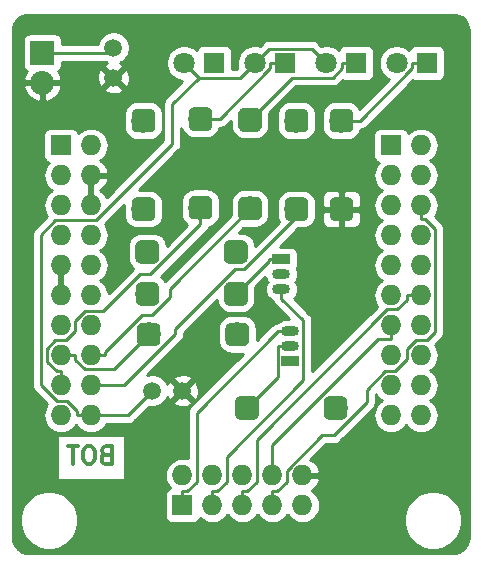
<source format=gbl>
G04 #@! TF.GenerationSoftware,KiCad,Pcbnew,(5.1.0-0)*
G04 #@! TF.CreationDate,2019-05-11T20:48:41+09:00*
G04 #@! TF.ProjectId,USBi_Programmer,55534269-5f50-4726-9f67-72616d6d6572,rev?*
G04 #@! TF.SameCoordinates,Original*
G04 #@! TF.FileFunction,Copper,L2,Bot*
G04 #@! TF.FilePolarity,Positive*
%FSLAX46Y46*%
G04 Gerber Fmt 4.6, Leading zero omitted, Abs format (unit mm)*
G04 Created by KiCad (PCBNEW (5.1.0-0)) date 2019-05-11 20:48:41*
%MOMM*%
%LPD*%
G04 APERTURE LIST*
%ADD10C,0.300000*%
%ADD11O,1.500000X0.900000*%
%ADD12R,1.500000X0.900000*%
%ADD13C,1.501140*%
%ADD14O,1.727200X1.727200*%
%ADD15R,1.727200X1.727200*%
%ADD16R,2.032000X2.032000*%
%ADD17O,2.032000X2.032000*%
%ADD18C,1.800000*%
%ADD19R,1.800000X1.800000*%
%ADD20C,0.150000*%
%ADD21C,1.998980*%
%ADD22C,0.250000*%
%ADD23C,0.254000*%
G04 APERTURE END LIST*
D10*
X108565000Y-170961857D02*
X108350714Y-171033285D01*
X108279285Y-171104714D01*
X108207857Y-171247571D01*
X108207857Y-171461857D01*
X108279285Y-171604714D01*
X108350714Y-171676142D01*
X108493571Y-171747571D01*
X109065000Y-171747571D01*
X109065000Y-170247571D01*
X108565000Y-170247571D01*
X108422142Y-170319000D01*
X108350714Y-170390428D01*
X108279285Y-170533285D01*
X108279285Y-170676142D01*
X108350714Y-170819000D01*
X108422142Y-170890428D01*
X108565000Y-170961857D01*
X109065000Y-170961857D01*
X107279285Y-170247571D02*
X106993571Y-170247571D01*
X106850714Y-170319000D01*
X106707857Y-170461857D01*
X106636428Y-170747571D01*
X106636428Y-171247571D01*
X106707857Y-171533285D01*
X106850714Y-171676142D01*
X106993571Y-171747571D01*
X107279285Y-171747571D01*
X107422142Y-171676142D01*
X107565000Y-171533285D01*
X107636428Y-171247571D01*
X107636428Y-170747571D01*
X107565000Y-170461857D01*
X107422142Y-170319000D01*
X107279285Y-170247571D01*
X106207857Y-170247571D02*
X105350714Y-170247571D01*
X105779285Y-171747571D02*
X105779285Y-170247571D01*
D11*
X124206000Y-161798000D03*
X124206000Y-160528000D03*
D12*
X124206000Y-163068000D03*
D13*
X109220000Y-139065000D03*
X109220000Y-136525000D03*
X115062000Y-165544000D03*
X112522000Y-165544000D03*
D14*
X107315000Y-167640000D03*
X104775000Y-167640000D03*
X107315000Y-165100000D03*
X104775000Y-165100000D03*
X107315000Y-162560000D03*
X104775000Y-162560000D03*
X107315000Y-160020000D03*
X104775000Y-160020000D03*
X107315000Y-157480000D03*
X104775000Y-157480000D03*
X107315000Y-154940000D03*
X104775000Y-154940000D03*
X107315000Y-152400000D03*
X104775000Y-152400000D03*
X107315000Y-149860000D03*
X104775000Y-149860000D03*
X107315000Y-147320000D03*
X104775000Y-147320000D03*
X107315000Y-144780000D03*
D15*
X104775000Y-144780000D03*
D16*
X103205000Y-136935000D03*
D17*
X103205000Y-139475000D03*
D15*
X132715000Y-144780000D03*
D14*
X135255000Y-144780000D03*
X132715000Y-147320000D03*
X135255000Y-147320000D03*
X132715000Y-149860000D03*
X135255000Y-149860000D03*
X132715000Y-152400000D03*
X135255000Y-152400000D03*
X132715000Y-154940000D03*
X135255000Y-154940000D03*
X132715000Y-157480000D03*
X135255000Y-157480000D03*
X132715000Y-160020000D03*
X135255000Y-160020000D03*
X132715000Y-162560000D03*
X135255000Y-162560000D03*
X132715000Y-165100000D03*
X135255000Y-165100000D03*
X132715000Y-167640000D03*
X135255000Y-167640000D03*
D12*
X123444000Y-154432000D03*
D11*
X123444000Y-156972000D03*
X123444000Y-155702000D03*
D18*
X127239000Y-137811000D03*
D19*
X129779000Y-137811000D03*
X123739000Y-137811000D03*
D18*
X121199000Y-137811000D03*
X115199000Y-137811000D03*
D19*
X117739000Y-137811000D03*
X135739000Y-137811000D03*
D18*
X133199000Y-137811000D03*
D15*
X115062000Y-175260000D03*
D14*
X115062000Y-172720000D03*
X117602000Y-175260000D03*
X117602000Y-172720000D03*
X120142000Y-175260000D03*
X120142000Y-172720000D03*
X122682000Y-175260000D03*
X122682000Y-172720000D03*
X125222000Y-175260000D03*
X125222000Y-172720000D03*
D20*
G36*
X112308729Y-149183916D02*
G01*
X112357240Y-149191112D01*
X112404813Y-149203029D01*
X112450989Y-149219551D01*
X112495323Y-149240519D01*
X112537388Y-149265732D01*
X112576780Y-149294947D01*
X112613118Y-149327882D01*
X112646053Y-149364220D01*
X112675268Y-149403612D01*
X112700481Y-149445677D01*
X112721449Y-149490011D01*
X112737971Y-149536187D01*
X112749888Y-149583760D01*
X112757084Y-149632271D01*
X112759490Y-149681255D01*
X112759490Y-150680745D01*
X112757084Y-150729729D01*
X112749888Y-150778240D01*
X112737971Y-150825813D01*
X112721449Y-150871989D01*
X112700481Y-150916323D01*
X112675268Y-150958388D01*
X112646053Y-150997780D01*
X112613118Y-151034118D01*
X112576780Y-151067053D01*
X112537388Y-151096268D01*
X112495323Y-151121481D01*
X112450989Y-151142449D01*
X112404813Y-151158971D01*
X112357240Y-151170888D01*
X112308729Y-151178084D01*
X112259745Y-151180490D01*
X111260255Y-151180490D01*
X111211271Y-151178084D01*
X111162760Y-151170888D01*
X111115187Y-151158971D01*
X111069011Y-151142449D01*
X111024677Y-151121481D01*
X110982612Y-151096268D01*
X110943220Y-151067053D01*
X110906882Y-151034118D01*
X110873947Y-150997780D01*
X110844732Y-150958388D01*
X110819519Y-150916323D01*
X110798551Y-150871989D01*
X110782029Y-150825813D01*
X110770112Y-150778240D01*
X110762916Y-150729729D01*
X110760510Y-150680745D01*
X110760510Y-149681255D01*
X110762916Y-149632271D01*
X110770112Y-149583760D01*
X110782029Y-149536187D01*
X110798551Y-149490011D01*
X110819519Y-149445677D01*
X110844732Y-149403612D01*
X110873947Y-149364220D01*
X110906882Y-149327882D01*
X110943220Y-149294947D01*
X110982612Y-149265732D01*
X111024677Y-149240519D01*
X111069011Y-149219551D01*
X111115187Y-149203029D01*
X111162760Y-149191112D01*
X111211271Y-149183916D01*
X111260255Y-149181510D01*
X112259745Y-149181510D01*
X112308729Y-149183916D01*
X112308729Y-149183916D01*
G37*
D21*
X111760000Y-150181000D03*
D20*
G36*
X112308729Y-141683916D02*
G01*
X112357240Y-141691112D01*
X112404813Y-141703029D01*
X112450989Y-141719551D01*
X112495323Y-141740519D01*
X112537388Y-141765732D01*
X112576780Y-141794947D01*
X112613118Y-141827882D01*
X112646053Y-141864220D01*
X112675268Y-141903612D01*
X112700481Y-141945677D01*
X112721449Y-141990011D01*
X112737971Y-142036187D01*
X112749888Y-142083760D01*
X112757084Y-142132271D01*
X112759490Y-142181255D01*
X112759490Y-143180745D01*
X112757084Y-143229729D01*
X112749888Y-143278240D01*
X112737971Y-143325813D01*
X112721449Y-143371989D01*
X112700481Y-143416323D01*
X112675268Y-143458388D01*
X112646053Y-143497780D01*
X112613118Y-143534118D01*
X112576780Y-143567053D01*
X112537388Y-143596268D01*
X112495323Y-143621481D01*
X112450989Y-143642449D01*
X112404813Y-143658971D01*
X112357240Y-143670888D01*
X112308729Y-143678084D01*
X112259745Y-143680490D01*
X111260255Y-143680490D01*
X111211271Y-143678084D01*
X111162760Y-143670888D01*
X111115187Y-143658971D01*
X111069011Y-143642449D01*
X111024677Y-143621481D01*
X110982612Y-143596268D01*
X110943220Y-143567053D01*
X110906882Y-143534118D01*
X110873947Y-143497780D01*
X110844732Y-143458388D01*
X110819519Y-143416323D01*
X110798551Y-143371989D01*
X110782029Y-143325813D01*
X110770112Y-143278240D01*
X110762916Y-143229729D01*
X110760510Y-143180745D01*
X110760510Y-142181255D01*
X110762916Y-142132271D01*
X110770112Y-142083760D01*
X110782029Y-142036187D01*
X110798551Y-141990011D01*
X110819519Y-141945677D01*
X110844732Y-141903612D01*
X110873947Y-141864220D01*
X110906882Y-141827882D01*
X110943220Y-141794947D01*
X110982612Y-141765732D01*
X111024677Y-141740519D01*
X111069011Y-141719551D01*
X111115187Y-141703029D01*
X111162760Y-141691112D01*
X111211271Y-141683916D01*
X111260255Y-141681510D01*
X112259745Y-141681510D01*
X112308729Y-141683916D01*
X112308729Y-141683916D01*
G37*
D21*
X111760000Y-142681000D03*
D20*
G36*
X112749729Y-159784916D02*
G01*
X112798240Y-159792112D01*
X112845813Y-159804029D01*
X112891989Y-159820551D01*
X112936323Y-159841519D01*
X112978388Y-159866732D01*
X113017780Y-159895947D01*
X113054118Y-159928882D01*
X113087053Y-159965220D01*
X113116268Y-160004612D01*
X113141481Y-160046677D01*
X113162449Y-160091011D01*
X113178971Y-160137187D01*
X113190888Y-160184760D01*
X113198084Y-160233271D01*
X113200490Y-160282255D01*
X113200490Y-161281745D01*
X113198084Y-161330729D01*
X113190888Y-161379240D01*
X113178971Y-161426813D01*
X113162449Y-161472989D01*
X113141481Y-161517323D01*
X113116268Y-161559388D01*
X113087053Y-161598780D01*
X113054118Y-161635118D01*
X113017780Y-161668053D01*
X112978388Y-161697268D01*
X112936323Y-161722481D01*
X112891989Y-161743449D01*
X112845813Y-161759971D01*
X112798240Y-161771888D01*
X112749729Y-161779084D01*
X112700745Y-161781490D01*
X111701255Y-161781490D01*
X111652271Y-161779084D01*
X111603760Y-161771888D01*
X111556187Y-161759971D01*
X111510011Y-161743449D01*
X111465677Y-161722481D01*
X111423612Y-161697268D01*
X111384220Y-161668053D01*
X111347882Y-161635118D01*
X111314947Y-161598780D01*
X111285732Y-161559388D01*
X111260519Y-161517323D01*
X111239551Y-161472989D01*
X111223029Y-161426813D01*
X111211112Y-161379240D01*
X111203916Y-161330729D01*
X111201510Y-161281745D01*
X111201510Y-160282255D01*
X111203916Y-160233271D01*
X111211112Y-160184760D01*
X111223029Y-160137187D01*
X111239551Y-160091011D01*
X111260519Y-160046677D01*
X111285732Y-160004612D01*
X111314947Y-159965220D01*
X111347882Y-159928882D01*
X111384220Y-159895947D01*
X111423612Y-159866732D01*
X111465677Y-159841519D01*
X111510011Y-159820551D01*
X111556187Y-159804029D01*
X111603760Y-159792112D01*
X111652271Y-159784916D01*
X111701255Y-159782510D01*
X112700745Y-159782510D01*
X112749729Y-159784916D01*
X112749729Y-159784916D01*
G37*
D21*
X112201000Y-160782000D03*
D20*
G36*
X120249729Y-159784916D02*
G01*
X120298240Y-159792112D01*
X120345813Y-159804029D01*
X120391989Y-159820551D01*
X120436323Y-159841519D01*
X120478388Y-159866732D01*
X120517780Y-159895947D01*
X120554118Y-159928882D01*
X120587053Y-159965220D01*
X120616268Y-160004612D01*
X120641481Y-160046677D01*
X120662449Y-160091011D01*
X120678971Y-160137187D01*
X120690888Y-160184760D01*
X120698084Y-160233271D01*
X120700490Y-160282255D01*
X120700490Y-161281745D01*
X120698084Y-161330729D01*
X120690888Y-161379240D01*
X120678971Y-161426813D01*
X120662449Y-161472989D01*
X120641481Y-161517323D01*
X120616268Y-161559388D01*
X120587053Y-161598780D01*
X120554118Y-161635118D01*
X120517780Y-161668053D01*
X120478388Y-161697268D01*
X120436323Y-161722481D01*
X120391989Y-161743449D01*
X120345813Y-161759971D01*
X120298240Y-161771888D01*
X120249729Y-161779084D01*
X120200745Y-161781490D01*
X119201255Y-161781490D01*
X119152271Y-161779084D01*
X119103760Y-161771888D01*
X119056187Y-161759971D01*
X119010011Y-161743449D01*
X118965677Y-161722481D01*
X118923612Y-161697268D01*
X118884220Y-161668053D01*
X118847882Y-161635118D01*
X118814947Y-161598780D01*
X118785732Y-161559388D01*
X118760519Y-161517323D01*
X118739551Y-161472989D01*
X118723029Y-161426813D01*
X118711112Y-161379240D01*
X118703916Y-161330729D01*
X118701510Y-161281745D01*
X118701510Y-160282255D01*
X118703916Y-160233271D01*
X118711112Y-160184760D01*
X118723029Y-160137187D01*
X118739551Y-160091011D01*
X118760519Y-160046677D01*
X118785732Y-160004612D01*
X118814947Y-159965220D01*
X118847882Y-159928882D01*
X118884220Y-159895947D01*
X118923612Y-159866732D01*
X118965677Y-159841519D01*
X119010011Y-159820551D01*
X119056187Y-159804029D01*
X119103760Y-159792112D01*
X119152271Y-159784916D01*
X119201255Y-159782510D01*
X120200745Y-159782510D01*
X120249729Y-159784916D01*
X120249729Y-159784916D01*
G37*
D21*
X119701000Y-160782000D03*
D20*
G36*
X120122729Y-152799916D02*
G01*
X120171240Y-152807112D01*
X120218813Y-152819029D01*
X120264989Y-152835551D01*
X120309323Y-152856519D01*
X120351388Y-152881732D01*
X120390780Y-152910947D01*
X120427118Y-152943882D01*
X120460053Y-152980220D01*
X120489268Y-153019612D01*
X120514481Y-153061677D01*
X120535449Y-153106011D01*
X120551971Y-153152187D01*
X120563888Y-153199760D01*
X120571084Y-153248271D01*
X120573490Y-153297255D01*
X120573490Y-154296745D01*
X120571084Y-154345729D01*
X120563888Y-154394240D01*
X120551971Y-154441813D01*
X120535449Y-154487989D01*
X120514481Y-154532323D01*
X120489268Y-154574388D01*
X120460053Y-154613780D01*
X120427118Y-154650118D01*
X120390780Y-154683053D01*
X120351388Y-154712268D01*
X120309323Y-154737481D01*
X120264989Y-154758449D01*
X120218813Y-154774971D01*
X120171240Y-154786888D01*
X120122729Y-154794084D01*
X120073745Y-154796490D01*
X119074255Y-154796490D01*
X119025271Y-154794084D01*
X118976760Y-154786888D01*
X118929187Y-154774971D01*
X118883011Y-154758449D01*
X118838677Y-154737481D01*
X118796612Y-154712268D01*
X118757220Y-154683053D01*
X118720882Y-154650118D01*
X118687947Y-154613780D01*
X118658732Y-154574388D01*
X118633519Y-154532323D01*
X118612551Y-154487989D01*
X118596029Y-154441813D01*
X118584112Y-154394240D01*
X118576916Y-154345729D01*
X118574510Y-154296745D01*
X118574510Y-153297255D01*
X118576916Y-153248271D01*
X118584112Y-153199760D01*
X118596029Y-153152187D01*
X118612551Y-153106011D01*
X118633519Y-153061677D01*
X118658732Y-153019612D01*
X118687947Y-152980220D01*
X118720882Y-152943882D01*
X118757220Y-152910947D01*
X118796612Y-152881732D01*
X118838677Y-152856519D01*
X118883011Y-152835551D01*
X118929187Y-152819029D01*
X118976760Y-152807112D01*
X119025271Y-152799916D01*
X119074255Y-152797510D01*
X120073745Y-152797510D01*
X120122729Y-152799916D01*
X120122729Y-152799916D01*
G37*
D21*
X119574000Y-153797000D03*
D20*
G36*
X112622729Y-152799916D02*
G01*
X112671240Y-152807112D01*
X112718813Y-152819029D01*
X112764989Y-152835551D01*
X112809323Y-152856519D01*
X112851388Y-152881732D01*
X112890780Y-152910947D01*
X112927118Y-152943882D01*
X112960053Y-152980220D01*
X112989268Y-153019612D01*
X113014481Y-153061677D01*
X113035449Y-153106011D01*
X113051971Y-153152187D01*
X113063888Y-153199760D01*
X113071084Y-153248271D01*
X113073490Y-153297255D01*
X113073490Y-154296745D01*
X113071084Y-154345729D01*
X113063888Y-154394240D01*
X113051971Y-154441813D01*
X113035449Y-154487989D01*
X113014481Y-154532323D01*
X112989268Y-154574388D01*
X112960053Y-154613780D01*
X112927118Y-154650118D01*
X112890780Y-154683053D01*
X112851388Y-154712268D01*
X112809323Y-154737481D01*
X112764989Y-154758449D01*
X112718813Y-154774971D01*
X112671240Y-154786888D01*
X112622729Y-154794084D01*
X112573745Y-154796490D01*
X111574255Y-154796490D01*
X111525271Y-154794084D01*
X111476760Y-154786888D01*
X111429187Y-154774971D01*
X111383011Y-154758449D01*
X111338677Y-154737481D01*
X111296612Y-154712268D01*
X111257220Y-154683053D01*
X111220882Y-154650118D01*
X111187947Y-154613780D01*
X111158732Y-154574388D01*
X111133519Y-154532323D01*
X111112551Y-154487989D01*
X111096029Y-154441813D01*
X111084112Y-154394240D01*
X111076916Y-154345729D01*
X111074510Y-154296745D01*
X111074510Y-153297255D01*
X111076916Y-153248271D01*
X111084112Y-153199760D01*
X111096029Y-153152187D01*
X111112551Y-153106011D01*
X111133519Y-153061677D01*
X111158732Y-153019612D01*
X111187947Y-152980220D01*
X111220882Y-152943882D01*
X111257220Y-152910947D01*
X111296612Y-152881732D01*
X111338677Y-152856519D01*
X111383011Y-152835551D01*
X111429187Y-152819029D01*
X111476760Y-152807112D01*
X111525271Y-152799916D01*
X111574255Y-152797510D01*
X112573745Y-152797510D01*
X112622729Y-152799916D01*
X112622729Y-152799916D01*
G37*
D21*
X112074000Y-153797000D03*
D20*
G36*
X120138729Y-156355916D02*
G01*
X120187240Y-156363112D01*
X120234813Y-156375029D01*
X120280989Y-156391551D01*
X120325323Y-156412519D01*
X120367388Y-156437732D01*
X120406780Y-156466947D01*
X120443118Y-156499882D01*
X120476053Y-156536220D01*
X120505268Y-156575612D01*
X120530481Y-156617677D01*
X120551449Y-156662011D01*
X120567971Y-156708187D01*
X120579888Y-156755760D01*
X120587084Y-156804271D01*
X120589490Y-156853255D01*
X120589490Y-157852745D01*
X120587084Y-157901729D01*
X120579888Y-157950240D01*
X120567971Y-157997813D01*
X120551449Y-158043989D01*
X120530481Y-158088323D01*
X120505268Y-158130388D01*
X120476053Y-158169780D01*
X120443118Y-158206118D01*
X120406780Y-158239053D01*
X120367388Y-158268268D01*
X120325323Y-158293481D01*
X120280989Y-158314449D01*
X120234813Y-158330971D01*
X120187240Y-158342888D01*
X120138729Y-158350084D01*
X120089745Y-158352490D01*
X119090255Y-158352490D01*
X119041271Y-158350084D01*
X118992760Y-158342888D01*
X118945187Y-158330971D01*
X118899011Y-158314449D01*
X118854677Y-158293481D01*
X118812612Y-158268268D01*
X118773220Y-158239053D01*
X118736882Y-158206118D01*
X118703947Y-158169780D01*
X118674732Y-158130388D01*
X118649519Y-158088323D01*
X118628551Y-158043989D01*
X118612029Y-157997813D01*
X118600112Y-157950240D01*
X118592916Y-157901729D01*
X118590510Y-157852745D01*
X118590510Y-156853255D01*
X118592916Y-156804271D01*
X118600112Y-156755760D01*
X118612029Y-156708187D01*
X118628551Y-156662011D01*
X118649519Y-156617677D01*
X118674732Y-156575612D01*
X118703947Y-156536220D01*
X118736882Y-156499882D01*
X118773220Y-156466947D01*
X118812612Y-156437732D01*
X118854677Y-156412519D01*
X118899011Y-156391551D01*
X118945187Y-156375029D01*
X118992760Y-156363112D01*
X119041271Y-156355916D01*
X119090255Y-156353510D01*
X120089745Y-156353510D01*
X120138729Y-156355916D01*
X120138729Y-156355916D01*
G37*
D21*
X119590000Y-157353000D03*
D20*
G36*
X112638729Y-156355916D02*
G01*
X112687240Y-156363112D01*
X112734813Y-156375029D01*
X112780989Y-156391551D01*
X112825323Y-156412519D01*
X112867388Y-156437732D01*
X112906780Y-156466947D01*
X112943118Y-156499882D01*
X112976053Y-156536220D01*
X113005268Y-156575612D01*
X113030481Y-156617677D01*
X113051449Y-156662011D01*
X113067971Y-156708187D01*
X113079888Y-156755760D01*
X113087084Y-156804271D01*
X113089490Y-156853255D01*
X113089490Y-157852745D01*
X113087084Y-157901729D01*
X113079888Y-157950240D01*
X113067971Y-157997813D01*
X113051449Y-158043989D01*
X113030481Y-158088323D01*
X113005268Y-158130388D01*
X112976053Y-158169780D01*
X112943118Y-158206118D01*
X112906780Y-158239053D01*
X112867388Y-158268268D01*
X112825323Y-158293481D01*
X112780989Y-158314449D01*
X112734813Y-158330971D01*
X112687240Y-158342888D01*
X112638729Y-158350084D01*
X112589745Y-158352490D01*
X111590255Y-158352490D01*
X111541271Y-158350084D01*
X111492760Y-158342888D01*
X111445187Y-158330971D01*
X111399011Y-158314449D01*
X111354677Y-158293481D01*
X111312612Y-158268268D01*
X111273220Y-158239053D01*
X111236882Y-158206118D01*
X111203947Y-158169780D01*
X111174732Y-158130388D01*
X111149519Y-158088323D01*
X111128551Y-158043989D01*
X111112029Y-157997813D01*
X111100112Y-157950240D01*
X111092916Y-157901729D01*
X111090510Y-157852745D01*
X111090510Y-156853255D01*
X111092916Y-156804271D01*
X111100112Y-156755760D01*
X111112029Y-156708187D01*
X111128551Y-156662011D01*
X111149519Y-156617677D01*
X111174732Y-156575612D01*
X111203947Y-156536220D01*
X111236882Y-156499882D01*
X111273220Y-156466947D01*
X111312612Y-156437732D01*
X111354677Y-156412519D01*
X111399011Y-156391551D01*
X111445187Y-156375029D01*
X111492760Y-156363112D01*
X111541271Y-156355916D01*
X111590255Y-156353510D01*
X112589745Y-156353510D01*
X112638729Y-156355916D01*
X112638729Y-156355916D01*
G37*
D21*
X112090000Y-157353000D03*
D20*
G36*
X121325729Y-149120916D02*
G01*
X121374240Y-149128112D01*
X121421813Y-149140029D01*
X121467989Y-149156551D01*
X121512323Y-149177519D01*
X121554388Y-149202732D01*
X121593780Y-149231947D01*
X121630118Y-149264882D01*
X121663053Y-149301220D01*
X121692268Y-149340612D01*
X121717481Y-149382677D01*
X121738449Y-149427011D01*
X121754971Y-149473187D01*
X121766888Y-149520760D01*
X121774084Y-149569271D01*
X121776490Y-149618255D01*
X121776490Y-150617745D01*
X121774084Y-150666729D01*
X121766888Y-150715240D01*
X121754971Y-150762813D01*
X121738449Y-150808989D01*
X121717481Y-150853323D01*
X121692268Y-150895388D01*
X121663053Y-150934780D01*
X121630118Y-150971118D01*
X121593780Y-151004053D01*
X121554388Y-151033268D01*
X121512323Y-151058481D01*
X121467989Y-151079449D01*
X121421813Y-151095971D01*
X121374240Y-151107888D01*
X121325729Y-151115084D01*
X121276745Y-151117490D01*
X120277255Y-151117490D01*
X120228271Y-151115084D01*
X120179760Y-151107888D01*
X120132187Y-151095971D01*
X120086011Y-151079449D01*
X120041677Y-151058481D01*
X119999612Y-151033268D01*
X119960220Y-151004053D01*
X119923882Y-150971118D01*
X119890947Y-150934780D01*
X119861732Y-150895388D01*
X119836519Y-150853323D01*
X119815551Y-150808989D01*
X119799029Y-150762813D01*
X119787112Y-150715240D01*
X119779916Y-150666729D01*
X119777510Y-150617745D01*
X119777510Y-149618255D01*
X119779916Y-149569271D01*
X119787112Y-149520760D01*
X119799029Y-149473187D01*
X119815551Y-149427011D01*
X119836519Y-149382677D01*
X119861732Y-149340612D01*
X119890947Y-149301220D01*
X119923882Y-149264882D01*
X119960220Y-149231947D01*
X119999612Y-149202732D01*
X120041677Y-149177519D01*
X120086011Y-149156551D01*
X120132187Y-149140029D01*
X120179760Y-149128112D01*
X120228271Y-149120916D01*
X120277255Y-149118510D01*
X121276745Y-149118510D01*
X121325729Y-149120916D01*
X121325729Y-149120916D01*
G37*
D21*
X120777000Y-150118000D03*
D20*
G36*
X121325729Y-141620916D02*
G01*
X121374240Y-141628112D01*
X121421813Y-141640029D01*
X121467989Y-141656551D01*
X121512323Y-141677519D01*
X121554388Y-141702732D01*
X121593780Y-141731947D01*
X121630118Y-141764882D01*
X121663053Y-141801220D01*
X121692268Y-141840612D01*
X121717481Y-141882677D01*
X121738449Y-141927011D01*
X121754971Y-141973187D01*
X121766888Y-142020760D01*
X121774084Y-142069271D01*
X121776490Y-142118255D01*
X121776490Y-143117745D01*
X121774084Y-143166729D01*
X121766888Y-143215240D01*
X121754971Y-143262813D01*
X121738449Y-143308989D01*
X121717481Y-143353323D01*
X121692268Y-143395388D01*
X121663053Y-143434780D01*
X121630118Y-143471118D01*
X121593780Y-143504053D01*
X121554388Y-143533268D01*
X121512323Y-143558481D01*
X121467989Y-143579449D01*
X121421813Y-143595971D01*
X121374240Y-143607888D01*
X121325729Y-143615084D01*
X121276745Y-143617490D01*
X120277255Y-143617490D01*
X120228271Y-143615084D01*
X120179760Y-143607888D01*
X120132187Y-143595971D01*
X120086011Y-143579449D01*
X120041677Y-143558481D01*
X119999612Y-143533268D01*
X119960220Y-143504053D01*
X119923882Y-143471118D01*
X119890947Y-143434780D01*
X119861732Y-143395388D01*
X119836519Y-143353323D01*
X119815551Y-143308989D01*
X119799029Y-143262813D01*
X119787112Y-143215240D01*
X119779916Y-143166729D01*
X119777510Y-143117745D01*
X119777510Y-142118255D01*
X119779916Y-142069271D01*
X119787112Y-142020760D01*
X119799029Y-141973187D01*
X119815551Y-141927011D01*
X119836519Y-141882677D01*
X119861732Y-141840612D01*
X119890947Y-141801220D01*
X119923882Y-141764882D01*
X119960220Y-141731947D01*
X119999612Y-141702732D01*
X120041677Y-141677519D01*
X120086011Y-141656551D01*
X120132187Y-141640029D01*
X120179760Y-141628112D01*
X120228271Y-141620916D01*
X120277255Y-141618510D01*
X121276745Y-141618510D01*
X121325729Y-141620916D01*
X121325729Y-141620916D01*
G37*
D21*
X120777000Y-142618000D03*
D20*
G36*
X117134729Y-141556916D02*
G01*
X117183240Y-141564112D01*
X117230813Y-141576029D01*
X117276989Y-141592551D01*
X117321323Y-141613519D01*
X117363388Y-141638732D01*
X117402780Y-141667947D01*
X117439118Y-141700882D01*
X117472053Y-141737220D01*
X117501268Y-141776612D01*
X117526481Y-141818677D01*
X117547449Y-141863011D01*
X117563971Y-141909187D01*
X117575888Y-141956760D01*
X117583084Y-142005271D01*
X117585490Y-142054255D01*
X117585490Y-143053745D01*
X117583084Y-143102729D01*
X117575888Y-143151240D01*
X117563971Y-143198813D01*
X117547449Y-143244989D01*
X117526481Y-143289323D01*
X117501268Y-143331388D01*
X117472053Y-143370780D01*
X117439118Y-143407118D01*
X117402780Y-143440053D01*
X117363388Y-143469268D01*
X117321323Y-143494481D01*
X117276989Y-143515449D01*
X117230813Y-143531971D01*
X117183240Y-143543888D01*
X117134729Y-143551084D01*
X117085745Y-143553490D01*
X116086255Y-143553490D01*
X116037271Y-143551084D01*
X115988760Y-143543888D01*
X115941187Y-143531971D01*
X115895011Y-143515449D01*
X115850677Y-143494481D01*
X115808612Y-143469268D01*
X115769220Y-143440053D01*
X115732882Y-143407118D01*
X115699947Y-143370780D01*
X115670732Y-143331388D01*
X115645519Y-143289323D01*
X115624551Y-143244989D01*
X115608029Y-143198813D01*
X115596112Y-143151240D01*
X115588916Y-143102729D01*
X115586510Y-143053745D01*
X115586510Y-142054255D01*
X115588916Y-142005271D01*
X115596112Y-141956760D01*
X115608029Y-141909187D01*
X115624551Y-141863011D01*
X115645519Y-141818677D01*
X115670732Y-141776612D01*
X115699947Y-141737220D01*
X115732882Y-141700882D01*
X115769220Y-141667947D01*
X115808612Y-141638732D01*
X115850677Y-141613519D01*
X115895011Y-141592551D01*
X115941187Y-141576029D01*
X115988760Y-141564112D01*
X116037271Y-141556916D01*
X116086255Y-141554510D01*
X117085745Y-141554510D01*
X117134729Y-141556916D01*
X117134729Y-141556916D01*
G37*
D21*
X116586000Y-142554000D03*
D20*
G36*
X117134729Y-149056916D02*
G01*
X117183240Y-149064112D01*
X117230813Y-149076029D01*
X117276989Y-149092551D01*
X117321323Y-149113519D01*
X117363388Y-149138732D01*
X117402780Y-149167947D01*
X117439118Y-149200882D01*
X117472053Y-149237220D01*
X117501268Y-149276612D01*
X117526481Y-149318677D01*
X117547449Y-149363011D01*
X117563971Y-149409187D01*
X117575888Y-149456760D01*
X117583084Y-149505271D01*
X117585490Y-149554255D01*
X117585490Y-150553745D01*
X117583084Y-150602729D01*
X117575888Y-150651240D01*
X117563971Y-150698813D01*
X117547449Y-150744989D01*
X117526481Y-150789323D01*
X117501268Y-150831388D01*
X117472053Y-150870780D01*
X117439118Y-150907118D01*
X117402780Y-150940053D01*
X117363388Y-150969268D01*
X117321323Y-150994481D01*
X117276989Y-151015449D01*
X117230813Y-151031971D01*
X117183240Y-151043888D01*
X117134729Y-151051084D01*
X117085745Y-151053490D01*
X116086255Y-151053490D01*
X116037271Y-151051084D01*
X115988760Y-151043888D01*
X115941187Y-151031971D01*
X115895011Y-151015449D01*
X115850677Y-150994481D01*
X115808612Y-150969268D01*
X115769220Y-150940053D01*
X115732882Y-150907118D01*
X115699947Y-150870780D01*
X115670732Y-150831388D01*
X115645519Y-150789323D01*
X115624551Y-150744989D01*
X115608029Y-150698813D01*
X115596112Y-150651240D01*
X115588916Y-150602729D01*
X115586510Y-150553745D01*
X115586510Y-149554255D01*
X115588916Y-149505271D01*
X115596112Y-149456760D01*
X115608029Y-149409187D01*
X115624551Y-149363011D01*
X115645519Y-149318677D01*
X115670732Y-149276612D01*
X115699947Y-149237220D01*
X115732882Y-149200882D01*
X115769220Y-149167947D01*
X115808612Y-149138732D01*
X115850677Y-149113519D01*
X115895011Y-149092551D01*
X115941187Y-149076029D01*
X115988760Y-149064112D01*
X116037271Y-149056916D01*
X116086255Y-149054510D01*
X117085745Y-149054510D01*
X117134729Y-149056916D01*
X117134729Y-149056916D01*
G37*
D21*
X116586000Y-150054000D03*
D20*
G36*
X125262729Y-149183916D02*
G01*
X125311240Y-149191112D01*
X125358813Y-149203029D01*
X125404989Y-149219551D01*
X125449323Y-149240519D01*
X125491388Y-149265732D01*
X125530780Y-149294947D01*
X125567118Y-149327882D01*
X125600053Y-149364220D01*
X125629268Y-149403612D01*
X125654481Y-149445677D01*
X125675449Y-149490011D01*
X125691971Y-149536187D01*
X125703888Y-149583760D01*
X125711084Y-149632271D01*
X125713490Y-149681255D01*
X125713490Y-150680745D01*
X125711084Y-150729729D01*
X125703888Y-150778240D01*
X125691971Y-150825813D01*
X125675449Y-150871989D01*
X125654481Y-150916323D01*
X125629268Y-150958388D01*
X125600053Y-150997780D01*
X125567118Y-151034118D01*
X125530780Y-151067053D01*
X125491388Y-151096268D01*
X125449323Y-151121481D01*
X125404989Y-151142449D01*
X125358813Y-151158971D01*
X125311240Y-151170888D01*
X125262729Y-151178084D01*
X125213745Y-151180490D01*
X124214255Y-151180490D01*
X124165271Y-151178084D01*
X124116760Y-151170888D01*
X124069187Y-151158971D01*
X124023011Y-151142449D01*
X123978677Y-151121481D01*
X123936612Y-151096268D01*
X123897220Y-151067053D01*
X123860882Y-151034118D01*
X123827947Y-150997780D01*
X123798732Y-150958388D01*
X123773519Y-150916323D01*
X123752551Y-150871989D01*
X123736029Y-150825813D01*
X123724112Y-150778240D01*
X123716916Y-150729729D01*
X123714510Y-150680745D01*
X123714510Y-149681255D01*
X123716916Y-149632271D01*
X123724112Y-149583760D01*
X123736029Y-149536187D01*
X123752551Y-149490011D01*
X123773519Y-149445677D01*
X123798732Y-149403612D01*
X123827947Y-149364220D01*
X123860882Y-149327882D01*
X123897220Y-149294947D01*
X123936612Y-149265732D01*
X123978677Y-149240519D01*
X124023011Y-149219551D01*
X124069187Y-149203029D01*
X124116760Y-149191112D01*
X124165271Y-149183916D01*
X124214255Y-149181510D01*
X125213745Y-149181510D01*
X125262729Y-149183916D01*
X125262729Y-149183916D01*
G37*
D21*
X124714000Y-150181000D03*
D20*
G36*
X125262729Y-141683916D02*
G01*
X125311240Y-141691112D01*
X125358813Y-141703029D01*
X125404989Y-141719551D01*
X125449323Y-141740519D01*
X125491388Y-141765732D01*
X125530780Y-141794947D01*
X125567118Y-141827882D01*
X125600053Y-141864220D01*
X125629268Y-141903612D01*
X125654481Y-141945677D01*
X125675449Y-141990011D01*
X125691971Y-142036187D01*
X125703888Y-142083760D01*
X125711084Y-142132271D01*
X125713490Y-142181255D01*
X125713490Y-143180745D01*
X125711084Y-143229729D01*
X125703888Y-143278240D01*
X125691971Y-143325813D01*
X125675449Y-143371989D01*
X125654481Y-143416323D01*
X125629268Y-143458388D01*
X125600053Y-143497780D01*
X125567118Y-143534118D01*
X125530780Y-143567053D01*
X125491388Y-143596268D01*
X125449323Y-143621481D01*
X125404989Y-143642449D01*
X125358813Y-143658971D01*
X125311240Y-143670888D01*
X125262729Y-143678084D01*
X125213745Y-143680490D01*
X124214255Y-143680490D01*
X124165271Y-143678084D01*
X124116760Y-143670888D01*
X124069187Y-143658971D01*
X124023011Y-143642449D01*
X123978677Y-143621481D01*
X123936612Y-143596268D01*
X123897220Y-143567053D01*
X123860882Y-143534118D01*
X123827947Y-143497780D01*
X123798732Y-143458388D01*
X123773519Y-143416323D01*
X123752551Y-143371989D01*
X123736029Y-143325813D01*
X123724112Y-143278240D01*
X123716916Y-143229729D01*
X123714510Y-143180745D01*
X123714510Y-142181255D01*
X123716916Y-142132271D01*
X123724112Y-142083760D01*
X123736029Y-142036187D01*
X123752551Y-141990011D01*
X123773519Y-141945677D01*
X123798732Y-141903612D01*
X123827947Y-141864220D01*
X123860882Y-141827882D01*
X123897220Y-141794947D01*
X123936612Y-141765732D01*
X123978677Y-141740519D01*
X124023011Y-141719551D01*
X124069187Y-141703029D01*
X124116760Y-141691112D01*
X124165271Y-141683916D01*
X124214255Y-141681510D01*
X125213745Y-141681510D01*
X125262729Y-141683916D01*
X125262729Y-141683916D01*
G37*
D21*
X124714000Y-142681000D03*
D20*
G36*
X121068729Y-166007916D02*
G01*
X121117240Y-166015112D01*
X121164813Y-166027029D01*
X121210989Y-166043551D01*
X121255323Y-166064519D01*
X121297388Y-166089732D01*
X121336780Y-166118947D01*
X121373118Y-166151882D01*
X121406053Y-166188220D01*
X121435268Y-166227612D01*
X121460481Y-166269677D01*
X121481449Y-166314011D01*
X121497971Y-166360187D01*
X121509888Y-166407760D01*
X121517084Y-166456271D01*
X121519490Y-166505255D01*
X121519490Y-167504745D01*
X121517084Y-167553729D01*
X121509888Y-167602240D01*
X121497971Y-167649813D01*
X121481449Y-167695989D01*
X121460481Y-167740323D01*
X121435268Y-167782388D01*
X121406053Y-167821780D01*
X121373118Y-167858118D01*
X121336780Y-167891053D01*
X121297388Y-167920268D01*
X121255323Y-167945481D01*
X121210989Y-167966449D01*
X121164813Y-167982971D01*
X121117240Y-167994888D01*
X121068729Y-168002084D01*
X121019745Y-168004490D01*
X120020255Y-168004490D01*
X119971271Y-168002084D01*
X119922760Y-167994888D01*
X119875187Y-167982971D01*
X119829011Y-167966449D01*
X119784677Y-167945481D01*
X119742612Y-167920268D01*
X119703220Y-167891053D01*
X119666882Y-167858118D01*
X119633947Y-167821780D01*
X119604732Y-167782388D01*
X119579519Y-167740323D01*
X119558551Y-167695989D01*
X119542029Y-167649813D01*
X119530112Y-167602240D01*
X119522916Y-167553729D01*
X119520510Y-167504745D01*
X119520510Y-166505255D01*
X119522916Y-166456271D01*
X119530112Y-166407760D01*
X119542029Y-166360187D01*
X119558551Y-166314011D01*
X119579519Y-166269677D01*
X119604732Y-166227612D01*
X119633947Y-166188220D01*
X119666882Y-166151882D01*
X119703220Y-166118947D01*
X119742612Y-166089732D01*
X119784677Y-166064519D01*
X119829011Y-166043551D01*
X119875187Y-166027029D01*
X119922760Y-166015112D01*
X119971271Y-166007916D01*
X120020255Y-166005510D01*
X121019745Y-166005510D01*
X121068729Y-166007916D01*
X121068729Y-166007916D01*
G37*
D21*
X120520000Y-167005000D03*
D20*
G36*
X128568729Y-166007916D02*
G01*
X128617240Y-166015112D01*
X128664813Y-166027029D01*
X128710989Y-166043551D01*
X128755323Y-166064519D01*
X128797388Y-166089732D01*
X128836780Y-166118947D01*
X128873118Y-166151882D01*
X128906053Y-166188220D01*
X128935268Y-166227612D01*
X128960481Y-166269677D01*
X128981449Y-166314011D01*
X128997971Y-166360187D01*
X129009888Y-166407760D01*
X129017084Y-166456271D01*
X129019490Y-166505255D01*
X129019490Y-167504745D01*
X129017084Y-167553729D01*
X129009888Y-167602240D01*
X128997971Y-167649813D01*
X128981449Y-167695989D01*
X128960481Y-167740323D01*
X128935268Y-167782388D01*
X128906053Y-167821780D01*
X128873118Y-167858118D01*
X128836780Y-167891053D01*
X128797388Y-167920268D01*
X128755323Y-167945481D01*
X128710989Y-167966449D01*
X128664813Y-167982971D01*
X128617240Y-167994888D01*
X128568729Y-168002084D01*
X128519745Y-168004490D01*
X127520255Y-168004490D01*
X127471271Y-168002084D01*
X127422760Y-167994888D01*
X127375187Y-167982971D01*
X127329011Y-167966449D01*
X127284677Y-167945481D01*
X127242612Y-167920268D01*
X127203220Y-167891053D01*
X127166882Y-167858118D01*
X127133947Y-167821780D01*
X127104732Y-167782388D01*
X127079519Y-167740323D01*
X127058551Y-167695989D01*
X127042029Y-167649813D01*
X127030112Y-167602240D01*
X127022916Y-167553729D01*
X127020510Y-167504745D01*
X127020510Y-166505255D01*
X127022916Y-166456271D01*
X127030112Y-166407760D01*
X127042029Y-166360187D01*
X127058551Y-166314011D01*
X127079519Y-166269677D01*
X127104732Y-166227612D01*
X127133947Y-166188220D01*
X127166882Y-166151882D01*
X127203220Y-166118947D01*
X127242612Y-166089732D01*
X127284677Y-166064519D01*
X127329011Y-166043551D01*
X127375187Y-166027029D01*
X127422760Y-166015112D01*
X127471271Y-166007916D01*
X127520255Y-166005510D01*
X128519745Y-166005510D01*
X128568729Y-166007916D01*
X128568729Y-166007916D01*
G37*
D21*
X128020000Y-167005000D03*
D20*
G36*
X129072729Y-141683916D02*
G01*
X129121240Y-141691112D01*
X129168813Y-141703029D01*
X129214989Y-141719551D01*
X129259323Y-141740519D01*
X129301388Y-141765732D01*
X129340780Y-141794947D01*
X129377118Y-141827882D01*
X129410053Y-141864220D01*
X129439268Y-141903612D01*
X129464481Y-141945677D01*
X129485449Y-141990011D01*
X129501971Y-142036187D01*
X129513888Y-142083760D01*
X129521084Y-142132271D01*
X129523490Y-142181255D01*
X129523490Y-143180745D01*
X129521084Y-143229729D01*
X129513888Y-143278240D01*
X129501971Y-143325813D01*
X129485449Y-143371989D01*
X129464481Y-143416323D01*
X129439268Y-143458388D01*
X129410053Y-143497780D01*
X129377118Y-143534118D01*
X129340780Y-143567053D01*
X129301388Y-143596268D01*
X129259323Y-143621481D01*
X129214989Y-143642449D01*
X129168813Y-143658971D01*
X129121240Y-143670888D01*
X129072729Y-143678084D01*
X129023745Y-143680490D01*
X128024255Y-143680490D01*
X127975271Y-143678084D01*
X127926760Y-143670888D01*
X127879187Y-143658971D01*
X127833011Y-143642449D01*
X127788677Y-143621481D01*
X127746612Y-143596268D01*
X127707220Y-143567053D01*
X127670882Y-143534118D01*
X127637947Y-143497780D01*
X127608732Y-143458388D01*
X127583519Y-143416323D01*
X127562551Y-143371989D01*
X127546029Y-143325813D01*
X127534112Y-143278240D01*
X127526916Y-143229729D01*
X127524510Y-143180745D01*
X127524510Y-142181255D01*
X127526916Y-142132271D01*
X127534112Y-142083760D01*
X127546029Y-142036187D01*
X127562551Y-141990011D01*
X127583519Y-141945677D01*
X127608732Y-141903612D01*
X127637947Y-141864220D01*
X127670882Y-141827882D01*
X127707220Y-141794947D01*
X127746612Y-141765732D01*
X127788677Y-141740519D01*
X127833011Y-141719551D01*
X127879187Y-141703029D01*
X127926760Y-141691112D01*
X127975271Y-141683916D01*
X128024255Y-141681510D01*
X129023745Y-141681510D01*
X129072729Y-141683916D01*
X129072729Y-141683916D01*
G37*
D21*
X128524000Y-142681000D03*
D20*
G36*
X129072729Y-149183916D02*
G01*
X129121240Y-149191112D01*
X129168813Y-149203029D01*
X129214989Y-149219551D01*
X129259323Y-149240519D01*
X129301388Y-149265732D01*
X129340780Y-149294947D01*
X129377118Y-149327882D01*
X129410053Y-149364220D01*
X129439268Y-149403612D01*
X129464481Y-149445677D01*
X129485449Y-149490011D01*
X129501971Y-149536187D01*
X129513888Y-149583760D01*
X129521084Y-149632271D01*
X129523490Y-149681255D01*
X129523490Y-150680745D01*
X129521084Y-150729729D01*
X129513888Y-150778240D01*
X129501971Y-150825813D01*
X129485449Y-150871989D01*
X129464481Y-150916323D01*
X129439268Y-150958388D01*
X129410053Y-150997780D01*
X129377118Y-151034118D01*
X129340780Y-151067053D01*
X129301388Y-151096268D01*
X129259323Y-151121481D01*
X129214989Y-151142449D01*
X129168813Y-151158971D01*
X129121240Y-151170888D01*
X129072729Y-151178084D01*
X129023745Y-151180490D01*
X128024255Y-151180490D01*
X127975271Y-151178084D01*
X127926760Y-151170888D01*
X127879187Y-151158971D01*
X127833011Y-151142449D01*
X127788677Y-151121481D01*
X127746612Y-151096268D01*
X127707220Y-151067053D01*
X127670882Y-151034118D01*
X127637947Y-150997780D01*
X127608732Y-150958388D01*
X127583519Y-150916323D01*
X127562551Y-150871989D01*
X127546029Y-150825813D01*
X127534112Y-150778240D01*
X127526916Y-150729729D01*
X127524510Y-150680745D01*
X127524510Y-149681255D01*
X127526916Y-149632271D01*
X127534112Y-149583760D01*
X127546029Y-149536187D01*
X127562551Y-149490011D01*
X127583519Y-149445677D01*
X127608732Y-149403612D01*
X127637947Y-149364220D01*
X127670882Y-149327882D01*
X127707220Y-149294947D01*
X127746612Y-149265732D01*
X127788677Y-149240519D01*
X127833011Y-149219551D01*
X127879187Y-149203029D01*
X127926760Y-149191112D01*
X127975271Y-149183916D01*
X128024255Y-149181510D01*
X129023745Y-149181510D01*
X129072729Y-149183916D01*
X129072729Y-149183916D01*
G37*
D21*
X128524000Y-150181000D03*
D22*
X103205000Y-136935000D02*
X108810000Y-136935000D01*
X108810000Y-136935000D02*
X109220000Y-136525000D01*
X129779000Y-137811000D02*
X128553700Y-137811000D01*
X120777000Y-142618000D02*
X124358700Y-139036300D01*
X124358700Y-139036300D02*
X127788000Y-139036300D01*
X127788000Y-139036300D02*
X128553700Y-138270600D01*
X128553700Y-138270600D02*
X128553700Y-137811000D01*
X116424400Y-139036400D02*
X115199000Y-137811000D01*
X121199000Y-137811000D02*
X119973600Y-139036400D01*
X119973600Y-139036400D02*
X116424400Y-139036400D01*
X116424400Y-139036400D02*
X114211500Y-141249300D01*
X114211500Y-141249300D02*
X114211500Y-144645000D01*
X114211500Y-144645000D02*
X107726500Y-151130000D01*
X107726500Y-151130000D02*
X104306700Y-151130000D01*
X104306700Y-151130000D02*
X103085700Y-152351000D01*
X103085700Y-152351000D02*
X103085700Y-165103900D01*
X103085700Y-165103900D02*
X104432900Y-166451100D01*
X104432900Y-166451100D02*
X105308800Y-166451100D01*
X105308800Y-166451100D02*
X106126100Y-167268400D01*
X106126100Y-167268400D02*
X106126100Y-167640000D01*
X107315000Y-167640000D02*
X106126100Y-167640000D01*
X127239000Y-137811000D02*
X126013600Y-136585600D01*
X126013600Y-136585600D02*
X122424400Y-136585600D01*
X122424400Y-136585600D02*
X121199000Y-137811000D01*
X107315000Y-167640000D02*
X110426000Y-167640000D01*
X110426000Y-167640000D02*
X112522000Y-165544000D01*
X123739000Y-137811000D02*
X122513700Y-137811000D01*
X116586000Y-142554000D02*
X118199200Y-142554000D01*
X118199200Y-142554000D02*
X122513700Y-138239500D01*
X122513700Y-138239500D02*
X122513700Y-137811000D01*
X135739000Y-137811000D02*
X134513700Y-137811000D01*
X128524000Y-142681000D02*
X130103200Y-142681000D01*
X130103200Y-142681000D02*
X134513700Y-138270500D01*
X134513700Y-138270500D02*
X134513700Y-137811000D01*
X123444000Y-154432000D02*
X122368700Y-154432000D01*
X119590000Y-157353000D02*
X122368700Y-154574300D01*
X122368700Y-154574300D02*
X122368700Y-154432000D01*
X104775000Y-162560000D02*
X105963900Y-162560000D01*
X112201000Y-160782000D02*
X109234100Y-163748900D01*
X109234100Y-163748900D02*
X106781200Y-163748900D01*
X106781200Y-163748900D02*
X105963900Y-162931600D01*
X105963900Y-162931600D02*
X105963900Y-162560000D01*
X107315000Y-162560000D02*
X108503900Y-162560000D01*
X120777000Y-150118000D02*
X113964100Y-156930900D01*
X113964100Y-156930900D02*
X113964100Y-157650200D01*
X113964100Y-157650200D02*
X112491300Y-159123000D01*
X112491300Y-159123000D02*
X111643700Y-159123000D01*
X111643700Y-159123000D02*
X108503900Y-162262800D01*
X108503900Y-162262800D02*
X108503900Y-162560000D01*
X104775000Y-165100000D02*
X104775000Y-163911100D01*
X116586000Y-150054000D02*
X116586000Y-151476800D01*
X116586000Y-151476800D02*
X112349500Y-155713300D01*
X112349500Y-155713300D02*
X111478900Y-155713300D01*
X111478900Y-155713300D02*
X108361200Y-158831000D01*
X108361200Y-158831000D02*
X106800700Y-158831000D01*
X106800700Y-158831000D02*
X105964000Y-159667700D01*
X105964000Y-159667700D02*
X105964000Y-160534300D01*
X105964000Y-160534300D02*
X105208300Y-161290000D01*
X105208300Y-161290000D02*
X104282900Y-161290000D01*
X104282900Y-161290000D02*
X103586100Y-161986800D01*
X103586100Y-161986800D02*
X103586100Y-163093800D01*
X103586100Y-163093800D02*
X104403400Y-163911100D01*
X104403400Y-163911100D02*
X104775000Y-163911100D01*
X124714000Y-150181000D02*
X124714000Y-150845600D01*
X124714000Y-150845600D02*
X120276100Y-155283500D01*
X120276100Y-155283500D02*
X119467600Y-155283500D01*
X119467600Y-155283500D02*
X114435500Y-160315600D01*
X114435500Y-160315600D02*
X114435500Y-160759500D01*
X114435500Y-160759500D02*
X110095000Y-165100000D01*
X110095000Y-165100000D02*
X107315000Y-165100000D01*
X124206000Y-160528000D02*
X123130700Y-160528000D01*
X115062000Y-175260000D02*
X115062000Y-174071100D01*
X115062000Y-174071100D02*
X115433600Y-174071100D01*
X115433600Y-174071100D02*
X116250900Y-173253800D01*
X116250900Y-173253800D02*
X116250900Y-167407800D01*
X116250900Y-167407800D02*
X123130700Y-160528000D01*
X123444000Y-156972000D02*
X123444000Y-157747300D01*
X117602000Y-175260000D02*
X117602000Y-174071100D01*
X117602000Y-174071100D02*
X117973600Y-174071100D01*
X117973600Y-174071100D02*
X118790900Y-173253800D01*
X118790900Y-173253800D02*
X118790900Y-171139100D01*
X118790900Y-171139100D02*
X125296000Y-164634000D01*
X125296000Y-164634000D02*
X125296000Y-159599300D01*
X125296000Y-159599300D02*
X123444000Y-157747300D01*
X135255000Y-157480000D02*
X134066100Y-157480000D01*
X120142000Y-175260000D02*
X120142000Y-174071100D01*
X120142000Y-174071100D02*
X120513600Y-174071100D01*
X120513600Y-174071100D02*
X121330900Y-173253800D01*
X121330900Y-173253800D02*
X121330900Y-169722600D01*
X121330900Y-169722600D02*
X132384600Y-158668900D01*
X132384600Y-158668900D02*
X133248800Y-158668900D01*
X133248800Y-158668900D02*
X134066100Y-157851600D01*
X134066100Y-157851600D02*
X134066100Y-157480000D01*
X135255000Y-149860000D02*
X135255000Y-151048900D01*
X122682000Y-175260000D02*
X122682000Y-174071100D01*
X122682000Y-174071100D02*
X123053600Y-174071100D01*
X123053600Y-174071100D02*
X123870900Y-173253800D01*
X123870900Y-173253800D02*
X123870900Y-172325700D01*
X123870900Y-172325700D02*
X126869900Y-169326700D01*
X126869900Y-169326700D02*
X127876200Y-169326700D01*
X127876200Y-169326700D02*
X130653600Y-166549300D01*
X130653600Y-166549300D02*
X130653600Y-165477400D01*
X130653600Y-165477400D02*
X132220000Y-163911000D01*
X132220000Y-163911000D02*
X133046400Y-163911000D01*
X133046400Y-163911000D02*
X134066000Y-162891400D01*
X134066000Y-162891400D02*
X134066000Y-162045700D01*
X134066000Y-162045700D02*
X134821700Y-161290000D01*
X134821700Y-161290000D02*
X135734300Y-161290000D01*
X135734300Y-161290000D02*
X136446800Y-160577500D01*
X136446800Y-160577500D02*
X136446800Y-151871200D01*
X136446800Y-151871200D02*
X135624500Y-151048900D01*
X135624500Y-151048900D02*
X135255000Y-151048900D01*
X132715000Y-160020000D02*
X132715000Y-161208900D01*
X122682000Y-172720000D02*
X122682000Y-170127300D01*
X122682000Y-170127300D02*
X131600400Y-161208900D01*
X131600400Y-161208900D02*
X132715000Y-161208900D01*
X124206000Y-161798000D02*
X123130700Y-161798000D01*
X123130700Y-161798000D02*
X123130700Y-164394300D01*
X123130700Y-164394300D02*
X120520000Y-167005000D01*
D23*
G36*
X138249899Y-133737907D02*
G01*
X138490285Y-133810484D01*
X138711991Y-133928368D01*
X138906577Y-134087068D01*
X139066635Y-134280545D01*
X139186064Y-134501424D01*
X139260317Y-134741297D01*
X139290001Y-135023726D01*
X139290000Y-177965279D01*
X139262093Y-178249899D01*
X139189517Y-178490282D01*
X139071633Y-178711989D01*
X138912929Y-178906580D01*
X138719455Y-179066635D01*
X138498576Y-179186064D01*
X138258701Y-179260317D01*
X137976291Y-179290000D01*
X102034721Y-179290000D01*
X101750101Y-179262093D01*
X101509718Y-179189517D01*
X101288011Y-179071633D01*
X101093420Y-178912929D01*
X100933365Y-178719455D01*
X100813936Y-178498576D01*
X100739683Y-178258701D01*
X100710000Y-177976291D01*
X100710000Y-176285249D01*
X101274000Y-176285249D01*
X101274000Y-176774751D01*
X101369497Y-177254848D01*
X101556821Y-177707089D01*
X101828774Y-178114095D01*
X102174905Y-178460226D01*
X102581911Y-178732179D01*
X103034152Y-178919503D01*
X103514249Y-179015000D01*
X104003751Y-179015000D01*
X104483848Y-178919503D01*
X104936089Y-178732179D01*
X105343095Y-178460226D01*
X105689226Y-178114095D01*
X105961179Y-177707089D01*
X106148503Y-177254848D01*
X106244000Y-176774751D01*
X106244000Y-176285249D01*
X106148503Y-175805152D01*
X105961179Y-175352911D01*
X105689226Y-174945905D01*
X105343095Y-174599774D01*
X104936089Y-174327821D01*
X104483848Y-174140497D01*
X104003751Y-174045000D01*
X103514249Y-174045000D01*
X103034152Y-174140497D01*
X102581911Y-174327821D01*
X102174905Y-174599774D01*
X101828774Y-174945905D01*
X101556821Y-175352911D01*
X101369497Y-175805152D01*
X101274000Y-176285249D01*
X100710000Y-176285249D01*
X100710000Y-169279000D01*
X104422857Y-169279000D01*
X104422857Y-173099000D01*
X110207143Y-173099000D01*
X110207143Y-169279000D01*
X104422857Y-169279000D01*
X100710000Y-169279000D01*
X100710000Y-152351000D01*
X102322024Y-152351000D01*
X102325700Y-152388322D01*
X102325701Y-165066568D01*
X102322024Y-165103900D01*
X102336698Y-165252885D01*
X102380154Y-165396146D01*
X102450726Y-165528176D01*
X102521901Y-165614902D01*
X102545700Y-165643901D01*
X102574698Y-165667699D01*
X103607430Y-166700432D01*
X103522931Y-166803394D01*
X103383775Y-167063736D01*
X103298084Y-167346223D01*
X103269149Y-167640000D01*
X103298084Y-167933777D01*
X103383775Y-168216264D01*
X103522931Y-168476606D01*
X103710203Y-168704797D01*
X103938394Y-168892069D01*
X104198736Y-169031225D01*
X104481223Y-169116916D01*
X104701381Y-169138600D01*
X104848619Y-169138600D01*
X105068777Y-169116916D01*
X105351264Y-169031225D01*
X105611606Y-168892069D01*
X105839797Y-168704797D01*
X106027069Y-168476606D01*
X106045000Y-168443060D01*
X106062931Y-168476606D01*
X106250203Y-168704797D01*
X106478394Y-168892069D01*
X106738736Y-169031225D01*
X107021223Y-169116916D01*
X107241381Y-169138600D01*
X107388619Y-169138600D01*
X107608777Y-169116916D01*
X107891264Y-169031225D01*
X108151606Y-168892069D01*
X108379797Y-168704797D01*
X108567069Y-168476606D01*
X108608016Y-168400000D01*
X110388678Y-168400000D01*
X110426000Y-168403676D01*
X110463322Y-168400000D01*
X110463333Y-168400000D01*
X110574986Y-168389003D01*
X110718247Y-168345546D01*
X110850276Y-168274974D01*
X110966001Y-168180001D01*
X110989804Y-168150997D01*
X112240150Y-166900651D01*
X112385533Y-166929570D01*
X112658467Y-166929570D01*
X112926156Y-166876323D01*
X113178313Y-166771876D01*
X113405249Y-166620242D01*
X113524090Y-166501401D01*
X114284204Y-166501401D01*
X114349799Y-166740326D01*
X114596875Y-166856283D01*
X114861827Y-166921809D01*
X115134470Y-166934387D01*
X115404329Y-166893533D01*
X115661032Y-166800817D01*
X115774201Y-166740326D01*
X115839796Y-166501401D01*
X115062000Y-165723605D01*
X114284204Y-166501401D01*
X113524090Y-166501401D01*
X113598242Y-166427249D01*
X113749876Y-166200313D01*
X113790473Y-166102304D01*
X113805183Y-166143032D01*
X113865674Y-166256201D01*
X114104599Y-166321796D01*
X114882395Y-165544000D01*
X115241605Y-165544000D01*
X116019401Y-166321796D01*
X116258326Y-166256201D01*
X116374283Y-166009125D01*
X116439809Y-165744173D01*
X116452387Y-165471530D01*
X116411533Y-165201671D01*
X116318817Y-164944968D01*
X116258326Y-164831799D01*
X116019401Y-164766204D01*
X115241605Y-165544000D01*
X114882395Y-165544000D01*
X114104599Y-164766204D01*
X113865674Y-164831799D01*
X113791867Y-164989063D01*
X113749876Y-164887687D01*
X113598242Y-164660751D01*
X113524090Y-164586599D01*
X114284204Y-164586599D01*
X115062000Y-165364395D01*
X115839796Y-164586599D01*
X115774201Y-164347674D01*
X115527125Y-164231717D01*
X115262173Y-164166191D01*
X114989530Y-164153613D01*
X114719671Y-164194467D01*
X114462968Y-164287183D01*
X114349799Y-164347674D01*
X114284204Y-164586599D01*
X113524090Y-164586599D01*
X113405249Y-164467758D01*
X113178313Y-164316124D01*
X112926156Y-164211677D01*
X112658467Y-164158430D01*
X112385533Y-164158430D01*
X112117844Y-164211677D01*
X112015896Y-164253905D01*
X114946503Y-161323299D01*
X114975501Y-161299501D01*
X115038183Y-161223123D01*
X115070474Y-161183777D01*
X115141046Y-161051747D01*
X115148529Y-161027078D01*
X115184503Y-160908486D01*
X115195500Y-160796832D01*
X115195500Y-160796823D01*
X115199176Y-160759500D01*
X115195500Y-160722177D01*
X115195500Y-160630401D01*
X117954296Y-157871606D01*
X117974301Y-158074722D01*
X118039049Y-158288169D01*
X118144195Y-158484882D01*
X118285697Y-158657303D01*
X118458118Y-158798805D01*
X118654831Y-158903951D01*
X118868278Y-158968699D01*
X119090255Y-158990562D01*
X120089745Y-158990562D01*
X120311722Y-158968699D01*
X120525169Y-158903951D01*
X120721882Y-158798805D01*
X120894303Y-158657303D01*
X121035805Y-158484882D01*
X121140951Y-158288169D01*
X121205699Y-158074722D01*
X121227562Y-157852745D01*
X121227562Y-156853255D01*
X121221912Y-156795889D01*
X122081311Y-155936491D01*
X122136741Y-156119220D01*
X122237491Y-156307710D01*
X122261529Y-156337000D01*
X122237491Y-156366290D01*
X122136741Y-156554780D01*
X122074700Y-156759303D01*
X122053751Y-156972000D01*
X122074700Y-157184697D01*
X122136741Y-157389220D01*
X122237491Y-157577710D01*
X122373078Y-157742922D01*
X122538290Y-157878509D01*
X122718887Y-157975040D01*
X122720167Y-157979259D01*
X122738454Y-158039546D01*
X122809026Y-158171576D01*
X122877445Y-158254944D01*
X122904000Y-158287301D01*
X122932998Y-158311099D01*
X124064898Y-159443000D01*
X123852706Y-159443000D01*
X123693303Y-159458700D01*
X123488780Y-159520741D01*
X123300290Y-159621491D01*
X123135078Y-159757078D01*
X123128993Y-159764492D01*
X123093376Y-159768000D01*
X123093367Y-159768000D01*
X122981714Y-159778997D01*
X122838453Y-159822454D01*
X122706424Y-159893026D01*
X122706422Y-159893027D01*
X122706423Y-159893027D01*
X122619696Y-159964201D01*
X122619692Y-159964205D01*
X122590699Y-159987999D01*
X122566905Y-160016992D01*
X121338562Y-161245335D01*
X121338562Y-160282255D01*
X121316699Y-160060278D01*
X121251951Y-159846831D01*
X121146805Y-159650118D01*
X121005303Y-159477697D01*
X120832882Y-159336195D01*
X120636169Y-159231049D01*
X120422722Y-159166301D01*
X120200745Y-159144438D01*
X119201255Y-159144438D01*
X118979278Y-159166301D01*
X118765831Y-159231049D01*
X118569118Y-159336195D01*
X118396697Y-159477697D01*
X118255195Y-159650118D01*
X118150049Y-159846831D01*
X118085301Y-160060278D01*
X118063438Y-160282255D01*
X118063438Y-161281745D01*
X118085301Y-161503722D01*
X118150049Y-161717169D01*
X118255195Y-161913882D01*
X118396697Y-162086303D01*
X118569118Y-162227805D01*
X118765831Y-162332951D01*
X118979278Y-162397699D01*
X119201255Y-162419562D01*
X120164336Y-162419562D01*
X115739898Y-166844001D01*
X115710900Y-166867799D01*
X115687102Y-166896797D01*
X115687101Y-166896798D01*
X115615926Y-166983524D01*
X115545354Y-167115554D01*
X115501898Y-167258815D01*
X115487224Y-167407800D01*
X115490901Y-167445132D01*
X115490900Y-171284073D01*
X115355777Y-171243084D01*
X115135619Y-171221400D01*
X114988381Y-171221400D01*
X114768223Y-171243084D01*
X114485736Y-171328775D01*
X114225394Y-171467931D01*
X113997203Y-171655203D01*
X113809931Y-171883394D01*
X113670775Y-172143736D01*
X113585084Y-172426223D01*
X113556149Y-172720000D01*
X113585084Y-173013777D01*
X113670775Y-173296264D01*
X113809931Y-173556606D01*
X113997203Y-173784797D01*
X114005265Y-173791414D01*
X113954220Y-173806898D01*
X113843906Y-173865863D01*
X113747215Y-173945215D01*
X113667863Y-174041906D01*
X113608898Y-174152220D01*
X113572588Y-174271918D01*
X113560328Y-174396400D01*
X113560328Y-176123600D01*
X113572588Y-176248082D01*
X113608898Y-176367780D01*
X113667863Y-176478094D01*
X113747215Y-176574785D01*
X113843906Y-176654137D01*
X113954220Y-176713102D01*
X114073918Y-176749412D01*
X114198400Y-176761672D01*
X115925600Y-176761672D01*
X116050082Y-176749412D01*
X116169780Y-176713102D01*
X116280094Y-176654137D01*
X116376785Y-176574785D01*
X116456137Y-176478094D01*
X116515102Y-176367780D01*
X116530586Y-176316735D01*
X116537203Y-176324797D01*
X116765394Y-176512069D01*
X117025736Y-176651225D01*
X117308223Y-176736916D01*
X117528381Y-176758600D01*
X117675619Y-176758600D01*
X117895777Y-176736916D01*
X118178264Y-176651225D01*
X118438606Y-176512069D01*
X118666797Y-176324797D01*
X118854069Y-176096606D01*
X118872000Y-176063060D01*
X118889931Y-176096606D01*
X119077203Y-176324797D01*
X119305394Y-176512069D01*
X119565736Y-176651225D01*
X119848223Y-176736916D01*
X120068381Y-176758600D01*
X120215619Y-176758600D01*
X120435777Y-176736916D01*
X120718264Y-176651225D01*
X120978606Y-176512069D01*
X121206797Y-176324797D01*
X121394069Y-176096606D01*
X121412000Y-176063060D01*
X121429931Y-176096606D01*
X121617203Y-176324797D01*
X121845394Y-176512069D01*
X122105736Y-176651225D01*
X122388223Y-176736916D01*
X122608381Y-176758600D01*
X122755619Y-176758600D01*
X122975777Y-176736916D01*
X123258264Y-176651225D01*
X123518606Y-176512069D01*
X123746797Y-176324797D01*
X123934069Y-176096606D01*
X123952000Y-176063060D01*
X123969931Y-176096606D01*
X124157203Y-176324797D01*
X124385394Y-176512069D01*
X124645736Y-176651225D01*
X124928223Y-176736916D01*
X125148381Y-176758600D01*
X125295619Y-176758600D01*
X125515777Y-176736916D01*
X125798264Y-176651225D01*
X126058606Y-176512069D01*
X126286797Y-176324797D01*
X126319253Y-176285249D01*
X133786000Y-176285249D01*
X133786000Y-176774751D01*
X133881497Y-177254848D01*
X134068821Y-177707089D01*
X134340774Y-178114095D01*
X134686905Y-178460226D01*
X135093911Y-178732179D01*
X135546152Y-178919503D01*
X136026249Y-179015000D01*
X136515751Y-179015000D01*
X136995848Y-178919503D01*
X137448089Y-178732179D01*
X137855095Y-178460226D01*
X138201226Y-178114095D01*
X138473179Y-177707089D01*
X138660503Y-177254848D01*
X138756000Y-176774751D01*
X138756000Y-176285249D01*
X138660503Y-175805152D01*
X138473179Y-175352911D01*
X138201226Y-174945905D01*
X137855095Y-174599774D01*
X137448089Y-174327821D01*
X136995848Y-174140497D01*
X136515751Y-174045000D01*
X136026249Y-174045000D01*
X135546152Y-174140497D01*
X135093911Y-174327821D01*
X134686905Y-174599774D01*
X134340774Y-174945905D01*
X134068821Y-175352911D01*
X133881497Y-175805152D01*
X133786000Y-176285249D01*
X126319253Y-176285249D01*
X126474069Y-176096606D01*
X126613225Y-175836264D01*
X126698916Y-175553777D01*
X126727851Y-175260000D01*
X126698916Y-174966223D01*
X126613225Y-174683736D01*
X126474069Y-174423394D01*
X126286797Y-174195203D01*
X126058606Y-174007931D01*
X126014090Y-173984137D01*
X126110488Y-173926817D01*
X126328854Y-173730293D01*
X126504684Y-173494944D01*
X126631222Y-173229814D01*
X126676958Y-173079026D01*
X126555817Y-172847000D01*
X125349000Y-172847000D01*
X125349000Y-172867000D01*
X125095000Y-172867000D01*
X125095000Y-172847000D01*
X125075000Y-172847000D01*
X125075000Y-172593000D01*
X125095000Y-172593000D01*
X125095000Y-172573000D01*
X125349000Y-172573000D01*
X125349000Y-172593000D01*
X126555817Y-172593000D01*
X126676958Y-172360974D01*
X126631222Y-172210186D01*
X126504684Y-171945056D01*
X126328854Y-171709707D01*
X126110488Y-171513183D01*
X125889577Y-171381825D01*
X127184703Y-170086700D01*
X127838878Y-170086700D01*
X127876200Y-170090376D01*
X127913522Y-170086700D01*
X127913533Y-170086700D01*
X128025186Y-170075703D01*
X128168447Y-170032246D01*
X128300476Y-169961674D01*
X128416201Y-169866701D01*
X128440004Y-169837697D01*
X131164604Y-167113098D01*
X131193601Y-167089301D01*
X131288574Y-166973576D01*
X131359146Y-166841547D01*
X131402603Y-166698286D01*
X131413600Y-166586633D01*
X131413600Y-166586625D01*
X131417276Y-166549300D01*
X131413600Y-166511975D01*
X131413600Y-165844314D01*
X131462931Y-165936606D01*
X131650203Y-166164797D01*
X131878394Y-166352069D01*
X131911940Y-166370000D01*
X131878394Y-166387931D01*
X131650203Y-166575203D01*
X131462931Y-166803394D01*
X131323775Y-167063736D01*
X131238084Y-167346223D01*
X131209149Y-167640000D01*
X131238084Y-167933777D01*
X131323775Y-168216264D01*
X131462931Y-168476606D01*
X131650203Y-168704797D01*
X131878394Y-168892069D01*
X132138736Y-169031225D01*
X132421223Y-169116916D01*
X132641381Y-169138600D01*
X132788619Y-169138600D01*
X133008777Y-169116916D01*
X133291264Y-169031225D01*
X133551606Y-168892069D01*
X133779797Y-168704797D01*
X133967069Y-168476606D01*
X133985000Y-168443060D01*
X134002931Y-168476606D01*
X134190203Y-168704797D01*
X134418394Y-168892069D01*
X134678736Y-169031225D01*
X134961223Y-169116916D01*
X135181381Y-169138600D01*
X135328619Y-169138600D01*
X135548777Y-169116916D01*
X135831264Y-169031225D01*
X136091606Y-168892069D01*
X136319797Y-168704797D01*
X136507069Y-168476606D01*
X136646225Y-168216264D01*
X136731916Y-167933777D01*
X136760851Y-167640000D01*
X136731916Y-167346223D01*
X136646225Y-167063736D01*
X136507069Y-166803394D01*
X136319797Y-166575203D01*
X136091606Y-166387931D01*
X136058060Y-166370000D01*
X136091606Y-166352069D01*
X136319797Y-166164797D01*
X136507069Y-165936606D01*
X136646225Y-165676264D01*
X136731916Y-165393777D01*
X136760851Y-165100000D01*
X136731916Y-164806223D01*
X136646225Y-164523736D01*
X136507069Y-164263394D01*
X136319797Y-164035203D01*
X136091606Y-163847931D01*
X136058060Y-163830000D01*
X136091606Y-163812069D01*
X136319797Y-163624797D01*
X136507069Y-163396606D01*
X136646225Y-163136264D01*
X136731916Y-162853777D01*
X136760851Y-162560000D01*
X136731916Y-162266223D01*
X136646225Y-161983736D01*
X136507069Y-161723394D01*
X136447857Y-161651244D01*
X136957804Y-161141298D01*
X136986801Y-161117501D01*
X137081774Y-161001776D01*
X137152346Y-160869747D01*
X137195803Y-160726486D01*
X137206800Y-160614833D01*
X137206800Y-160614824D01*
X137210476Y-160577501D01*
X137206800Y-160540178D01*
X137206800Y-151908523D01*
X137210476Y-151871200D01*
X137206800Y-151833877D01*
X137206800Y-151833867D01*
X137195803Y-151722214D01*
X137152346Y-151578953D01*
X137081774Y-151446924D01*
X136986801Y-151331199D01*
X136957802Y-151307401D01*
X136434920Y-150784519D01*
X136507069Y-150696606D01*
X136646225Y-150436264D01*
X136731916Y-150153777D01*
X136760851Y-149860000D01*
X136731916Y-149566223D01*
X136646225Y-149283736D01*
X136507069Y-149023394D01*
X136319797Y-148795203D01*
X136091606Y-148607931D01*
X136058060Y-148590000D01*
X136091606Y-148572069D01*
X136319797Y-148384797D01*
X136507069Y-148156606D01*
X136646225Y-147896264D01*
X136731916Y-147613777D01*
X136760851Y-147320000D01*
X136731916Y-147026223D01*
X136646225Y-146743736D01*
X136507069Y-146483394D01*
X136319797Y-146255203D01*
X136091606Y-146067931D01*
X136058060Y-146050000D01*
X136091606Y-146032069D01*
X136319797Y-145844797D01*
X136507069Y-145616606D01*
X136646225Y-145356264D01*
X136731916Y-145073777D01*
X136760851Y-144780000D01*
X136731916Y-144486223D01*
X136646225Y-144203736D01*
X136507069Y-143943394D01*
X136319797Y-143715203D01*
X136091606Y-143527931D01*
X135831264Y-143388775D01*
X135548777Y-143303084D01*
X135328619Y-143281400D01*
X135181381Y-143281400D01*
X134961223Y-143303084D01*
X134678736Y-143388775D01*
X134418394Y-143527931D01*
X134190203Y-143715203D01*
X134183586Y-143723265D01*
X134168102Y-143672220D01*
X134109137Y-143561906D01*
X134029785Y-143465215D01*
X133933094Y-143385863D01*
X133822780Y-143326898D01*
X133703082Y-143290588D01*
X133578600Y-143278328D01*
X131851400Y-143278328D01*
X131726918Y-143290588D01*
X131607220Y-143326898D01*
X131496906Y-143385863D01*
X131400215Y-143465215D01*
X131320863Y-143561906D01*
X131261898Y-143672220D01*
X131225588Y-143791918D01*
X131213328Y-143916400D01*
X131213328Y-145643600D01*
X131225588Y-145768082D01*
X131261898Y-145887780D01*
X131320863Y-145998094D01*
X131400215Y-146094785D01*
X131496906Y-146174137D01*
X131607220Y-146233102D01*
X131658265Y-146248586D01*
X131650203Y-146255203D01*
X131462931Y-146483394D01*
X131323775Y-146743736D01*
X131238084Y-147026223D01*
X131209149Y-147320000D01*
X131238084Y-147613777D01*
X131323775Y-147896264D01*
X131462931Y-148156606D01*
X131650203Y-148384797D01*
X131878394Y-148572069D01*
X131911940Y-148590000D01*
X131878394Y-148607931D01*
X131650203Y-148795203D01*
X131462931Y-149023394D01*
X131323775Y-149283736D01*
X131238084Y-149566223D01*
X131209149Y-149860000D01*
X131238084Y-150153777D01*
X131323775Y-150436264D01*
X131462931Y-150696606D01*
X131650203Y-150924797D01*
X131878394Y-151112069D01*
X131911940Y-151130000D01*
X131878394Y-151147931D01*
X131650203Y-151335203D01*
X131462931Y-151563394D01*
X131323775Y-151823736D01*
X131238084Y-152106223D01*
X131209149Y-152400000D01*
X131238084Y-152693777D01*
X131323775Y-152976264D01*
X131462931Y-153236606D01*
X131650203Y-153464797D01*
X131878394Y-153652069D01*
X131911940Y-153670000D01*
X131878394Y-153687931D01*
X131650203Y-153875203D01*
X131462931Y-154103394D01*
X131323775Y-154363736D01*
X131238084Y-154646223D01*
X131209149Y-154940000D01*
X131238084Y-155233777D01*
X131323775Y-155516264D01*
X131462931Y-155776606D01*
X131650203Y-156004797D01*
X131878394Y-156192069D01*
X131911940Y-156210000D01*
X131878394Y-156227931D01*
X131650203Y-156415203D01*
X131462931Y-156643394D01*
X131323775Y-156903736D01*
X131238084Y-157186223D01*
X131209149Y-157480000D01*
X131238084Y-157773777D01*
X131323775Y-158056264D01*
X131462931Y-158316606D01*
X131552703Y-158425994D01*
X126056000Y-163922698D01*
X126056000Y-159636633D01*
X126059677Y-159599300D01*
X126045003Y-159450314D01*
X126001546Y-159307053D01*
X125930974Y-159175024D01*
X125859799Y-159088297D01*
X125836001Y-159059299D01*
X125807003Y-159035501D01*
X124514648Y-157743147D01*
X124514922Y-157742922D01*
X124650509Y-157577710D01*
X124751259Y-157389220D01*
X124813300Y-157184697D01*
X124834249Y-156972000D01*
X124813300Y-156759303D01*
X124751259Y-156554780D01*
X124650509Y-156366290D01*
X124626471Y-156337000D01*
X124650509Y-156307710D01*
X124751259Y-156119220D01*
X124813300Y-155914697D01*
X124834249Y-155702000D01*
X124813300Y-155489303D01*
X124751259Y-155284780D01*
X124724993Y-155235640D01*
X124783502Y-155126180D01*
X124819812Y-155006482D01*
X124832072Y-154882000D01*
X124832072Y-153982000D01*
X124819812Y-153857518D01*
X124783502Y-153737820D01*
X124724537Y-153627506D01*
X124645185Y-153530815D01*
X124548494Y-153451463D01*
X124438180Y-153392498D01*
X124318482Y-153356188D01*
X124194000Y-153343928D01*
X123290474Y-153343928D01*
X124815840Y-151818562D01*
X125213745Y-151818562D01*
X125435722Y-151796699D01*
X125649169Y-151731951D01*
X125845882Y-151626805D01*
X126018303Y-151485303D01*
X126159805Y-151312882D01*
X126230570Y-151180490D01*
X126886438Y-151180490D01*
X126898698Y-151304972D01*
X126935008Y-151424670D01*
X126993973Y-151534984D01*
X127073325Y-151631675D01*
X127170016Y-151711027D01*
X127280330Y-151769992D01*
X127400028Y-151806302D01*
X127524510Y-151818562D01*
X128238250Y-151815490D01*
X128397000Y-151656740D01*
X128397000Y-150308000D01*
X128651000Y-150308000D01*
X128651000Y-151656740D01*
X128809750Y-151815490D01*
X129523490Y-151818562D01*
X129647972Y-151806302D01*
X129767670Y-151769992D01*
X129877984Y-151711027D01*
X129974675Y-151631675D01*
X130054027Y-151534984D01*
X130112992Y-151424670D01*
X130149302Y-151304972D01*
X130161562Y-151180490D01*
X130158490Y-150466750D01*
X129999740Y-150308000D01*
X128651000Y-150308000D01*
X128397000Y-150308000D01*
X127048260Y-150308000D01*
X126889510Y-150466750D01*
X126886438Y-151180490D01*
X126230570Y-151180490D01*
X126264951Y-151116169D01*
X126329699Y-150902722D01*
X126351562Y-150680745D01*
X126351562Y-149681255D01*
X126329699Y-149459278D01*
X126264951Y-149245831D01*
X126230571Y-149181510D01*
X126886438Y-149181510D01*
X126889510Y-149895250D01*
X127048260Y-150054000D01*
X128397000Y-150054000D01*
X128397000Y-148705260D01*
X128651000Y-148705260D01*
X128651000Y-150054000D01*
X129999740Y-150054000D01*
X130158490Y-149895250D01*
X130161562Y-149181510D01*
X130149302Y-149057028D01*
X130112992Y-148937330D01*
X130054027Y-148827016D01*
X129974675Y-148730325D01*
X129877984Y-148650973D01*
X129767670Y-148592008D01*
X129647972Y-148555698D01*
X129523490Y-148543438D01*
X128809750Y-148546510D01*
X128651000Y-148705260D01*
X128397000Y-148705260D01*
X128238250Y-148546510D01*
X127524510Y-148543438D01*
X127400028Y-148555698D01*
X127280330Y-148592008D01*
X127170016Y-148650973D01*
X127073325Y-148730325D01*
X126993973Y-148827016D01*
X126935008Y-148937330D01*
X126898698Y-149057028D01*
X126886438Y-149181510D01*
X126230571Y-149181510D01*
X126159805Y-149049118D01*
X126018303Y-148876697D01*
X125845882Y-148735195D01*
X125649169Y-148630049D01*
X125435722Y-148565301D01*
X125213745Y-148543438D01*
X124214255Y-148543438D01*
X123992278Y-148565301D01*
X123778831Y-148630049D01*
X123582118Y-148735195D01*
X123409697Y-148876697D01*
X123268195Y-149049118D01*
X123163049Y-149245831D01*
X123098301Y-149459278D01*
X123076438Y-149681255D01*
X123076438Y-150680745D01*
X123098301Y-150902722D01*
X123163049Y-151116169D01*
X123234658Y-151250140D01*
X121209408Y-153275390D01*
X121189699Y-153075278D01*
X121124951Y-152861831D01*
X121019805Y-152665118D01*
X120878303Y-152492697D01*
X120705882Y-152351195D01*
X120509169Y-152246049D01*
X120295722Y-152181301D01*
X120073745Y-152159438D01*
X119810364Y-152159438D01*
X120219890Y-151749912D01*
X120277255Y-151755562D01*
X121276745Y-151755562D01*
X121498722Y-151733699D01*
X121712169Y-151668951D01*
X121908882Y-151563805D01*
X122081303Y-151422303D01*
X122222805Y-151249882D01*
X122327951Y-151053169D01*
X122392699Y-150839722D01*
X122414562Y-150617745D01*
X122414562Y-149618255D01*
X122392699Y-149396278D01*
X122327951Y-149182831D01*
X122222805Y-148986118D01*
X122081303Y-148813697D01*
X121908882Y-148672195D01*
X121712169Y-148567049D01*
X121498722Y-148502301D01*
X121276745Y-148480438D01*
X120277255Y-148480438D01*
X120055278Y-148502301D01*
X119841831Y-148567049D01*
X119645118Y-148672195D01*
X119472697Y-148813697D01*
X119331195Y-148986118D01*
X119226049Y-149182831D01*
X119161301Y-149396278D01*
X119139438Y-149618255D01*
X119139438Y-150617745D01*
X119145088Y-150675110D01*
X113557846Y-156262353D01*
X113535805Y-156221118D01*
X113394303Y-156048697D01*
X113226564Y-155911037D01*
X117097003Y-152040599D01*
X117126001Y-152016801D01*
X117220974Y-151901076D01*
X117291546Y-151769047D01*
X117323097Y-151665035D01*
X117521169Y-151604951D01*
X117717882Y-151499805D01*
X117890303Y-151358303D01*
X118031805Y-151185882D01*
X118136951Y-150989169D01*
X118201699Y-150775722D01*
X118223562Y-150553745D01*
X118223562Y-149554255D01*
X118201699Y-149332278D01*
X118136951Y-149118831D01*
X118031805Y-148922118D01*
X117890303Y-148749697D01*
X117717882Y-148608195D01*
X117521169Y-148503049D01*
X117307722Y-148438301D01*
X117085745Y-148416438D01*
X116086255Y-148416438D01*
X115864278Y-148438301D01*
X115650831Y-148503049D01*
X115454118Y-148608195D01*
X115281697Y-148749697D01*
X115140195Y-148922118D01*
X115035049Y-149118831D01*
X114970301Y-149332278D01*
X114948438Y-149554255D01*
X114948438Y-150553745D01*
X114970301Y-150775722D01*
X115035049Y-150989169D01*
X115140195Y-151185882D01*
X115281697Y-151358303D01*
X115454118Y-151499805D01*
X115476324Y-151511674D01*
X113709695Y-153278303D01*
X113689699Y-153075278D01*
X113624951Y-152861831D01*
X113519805Y-152665118D01*
X113378303Y-152492697D01*
X113205882Y-152351195D01*
X113009169Y-152246049D01*
X112795722Y-152181301D01*
X112573745Y-152159438D01*
X111574255Y-152159438D01*
X111352278Y-152181301D01*
X111138831Y-152246049D01*
X110942118Y-152351195D01*
X110769697Y-152492697D01*
X110628195Y-152665118D01*
X110523049Y-152861831D01*
X110458301Y-153075278D01*
X110436438Y-153297255D01*
X110436438Y-154296745D01*
X110458301Y-154518722D01*
X110523049Y-154732169D01*
X110628195Y-154928882D01*
X110769697Y-155101303D01*
X110905030Y-155212368D01*
X108804402Y-157312996D01*
X108791916Y-157186223D01*
X108706225Y-156903736D01*
X108567069Y-156643394D01*
X108379797Y-156415203D01*
X108151606Y-156227931D01*
X108118060Y-156210000D01*
X108151606Y-156192069D01*
X108379797Y-156004797D01*
X108567069Y-155776606D01*
X108706225Y-155516264D01*
X108791916Y-155233777D01*
X108820851Y-154940000D01*
X108791916Y-154646223D01*
X108706225Y-154363736D01*
X108567069Y-154103394D01*
X108379797Y-153875203D01*
X108151606Y-153687931D01*
X108118060Y-153670000D01*
X108151606Y-153652069D01*
X108379797Y-153464797D01*
X108567069Y-153236606D01*
X108706225Y-152976264D01*
X108791916Y-152693777D01*
X108820851Y-152400000D01*
X108791916Y-152106223D01*
X108706225Y-151823736D01*
X108567069Y-151563394D01*
X108477296Y-151454005D01*
X110122438Y-149808863D01*
X110122438Y-150680745D01*
X110144301Y-150902722D01*
X110209049Y-151116169D01*
X110314195Y-151312882D01*
X110455697Y-151485303D01*
X110628118Y-151626805D01*
X110824831Y-151731951D01*
X111038278Y-151796699D01*
X111260255Y-151818562D01*
X112259745Y-151818562D01*
X112481722Y-151796699D01*
X112695169Y-151731951D01*
X112891882Y-151626805D01*
X113064303Y-151485303D01*
X113205805Y-151312882D01*
X113310951Y-151116169D01*
X113375699Y-150902722D01*
X113397562Y-150680745D01*
X113397562Y-149681255D01*
X113375699Y-149459278D01*
X113310951Y-149245831D01*
X113205805Y-149049118D01*
X113064303Y-148876697D01*
X112891882Y-148735195D01*
X112695169Y-148630049D01*
X112481722Y-148565301D01*
X112259745Y-148543438D01*
X111387863Y-148543438D01*
X114722503Y-145208799D01*
X114751501Y-145185001D01*
X114777832Y-145152917D01*
X114846474Y-145069277D01*
X114917046Y-144937247D01*
X114960503Y-144793986D01*
X114971500Y-144682333D01*
X114971500Y-144682323D01*
X114975176Y-144645000D01*
X114971500Y-144607677D01*
X114971500Y-143279675D01*
X115035049Y-143489169D01*
X115140195Y-143685882D01*
X115281697Y-143858303D01*
X115454118Y-143999805D01*
X115650831Y-144104951D01*
X115864278Y-144169699D01*
X116086255Y-144191562D01*
X117085745Y-144191562D01*
X117307722Y-144169699D01*
X117521169Y-144104951D01*
X117717882Y-143999805D01*
X117890303Y-143858303D01*
X118031805Y-143685882D01*
X118136951Y-143489169D01*
X118189269Y-143316698D01*
X118199200Y-143317676D01*
X118236522Y-143314000D01*
X118236533Y-143314000D01*
X118348186Y-143303003D01*
X118491447Y-143259546D01*
X118623476Y-143188974D01*
X118739201Y-143094001D01*
X118763004Y-143064997D01*
X119139438Y-142688563D01*
X119139438Y-143117745D01*
X119161301Y-143339722D01*
X119226049Y-143553169D01*
X119331195Y-143749882D01*
X119472697Y-143922303D01*
X119645118Y-144063805D01*
X119841831Y-144168951D01*
X120055278Y-144233699D01*
X120277255Y-144255562D01*
X121276745Y-144255562D01*
X121498722Y-144233699D01*
X121712169Y-144168951D01*
X121908882Y-144063805D01*
X122081303Y-143922303D01*
X122222805Y-143749882D01*
X122327951Y-143553169D01*
X122392699Y-143339722D01*
X122414562Y-143117745D01*
X122414562Y-142181255D01*
X123076438Y-142181255D01*
X123076438Y-143180745D01*
X123098301Y-143402722D01*
X123163049Y-143616169D01*
X123268195Y-143812882D01*
X123409697Y-143985303D01*
X123582118Y-144126805D01*
X123778831Y-144231951D01*
X123992278Y-144296699D01*
X124214255Y-144318562D01*
X125213745Y-144318562D01*
X125435722Y-144296699D01*
X125649169Y-144231951D01*
X125845882Y-144126805D01*
X126018303Y-143985303D01*
X126159805Y-143812882D01*
X126264951Y-143616169D01*
X126329699Y-143402722D01*
X126351562Y-143180745D01*
X126351562Y-142181255D01*
X126886438Y-142181255D01*
X126886438Y-143180745D01*
X126908301Y-143402722D01*
X126973049Y-143616169D01*
X127078195Y-143812882D01*
X127219697Y-143985303D01*
X127392118Y-144126805D01*
X127588831Y-144231951D01*
X127802278Y-144296699D01*
X128024255Y-144318562D01*
X129023745Y-144318562D01*
X129245722Y-144296699D01*
X129459169Y-144231951D01*
X129655882Y-144126805D01*
X129828303Y-143985303D01*
X129969805Y-143812882D01*
X130074951Y-143616169D01*
X130127705Y-143442262D01*
X130140522Y-143441000D01*
X130140533Y-143441000D01*
X130252186Y-143430003D01*
X130395447Y-143386546D01*
X130527476Y-143315974D01*
X130643201Y-143221001D01*
X130667004Y-143191997D01*
X134571151Y-139287851D01*
X134594820Y-139300502D01*
X134714518Y-139336812D01*
X134839000Y-139349072D01*
X136639000Y-139349072D01*
X136763482Y-139336812D01*
X136883180Y-139300502D01*
X136993494Y-139241537D01*
X137090185Y-139162185D01*
X137169537Y-139065494D01*
X137228502Y-138955180D01*
X137264812Y-138835482D01*
X137277072Y-138711000D01*
X137277072Y-136911000D01*
X137264812Y-136786518D01*
X137228502Y-136666820D01*
X137169537Y-136556506D01*
X137090185Y-136459815D01*
X136993494Y-136380463D01*
X136883180Y-136321498D01*
X136763482Y-136285188D01*
X136639000Y-136272928D01*
X134839000Y-136272928D01*
X134714518Y-136285188D01*
X134594820Y-136321498D01*
X134484506Y-136380463D01*
X134387815Y-136459815D01*
X134308463Y-136556506D01*
X134249498Y-136666820D01*
X134243944Y-136685127D01*
X134177505Y-136618688D01*
X133926095Y-136450701D01*
X133646743Y-136334989D01*
X133350184Y-136276000D01*
X133047816Y-136276000D01*
X132751257Y-136334989D01*
X132471905Y-136450701D01*
X132220495Y-136618688D01*
X132006688Y-136832495D01*
X131838701Y-137083905D01*
X131722989Y-137363257D01*
X131664000Y-137659816D01*
X131664000Y-137962184D01*
X131722989Y-138258743D01*
X131838701Y-138538095D01*
X132006688Y-138789505D01*
X132220495Y-139003312D01*
X132471905Y-139171299D01*
X132518711Y-139190687D01*
X130036153Y-141673246D01*
X129969805Y-141549118D01*
X129828303Y-141376697D01*
X129655882Y-141235195D01*
X129459169Y-141130049D01*
X129245722Y-141065301D01*
X129023745Y-141043438D01*
X128024255Y-141043438D01*
X127802278Y-141065301D01*
X127588831Y-141130049D01*
X127392118Y-141235195D01*
X127219697Y-141376697D01*
X127078195Y-141549118D01*
X126973049Y-141745831D01*
X126908301Y-141959278D01*
X126886438Y-142181255D01*
X126351562Y-142181255D01*
X126329699Y-141959278D01*
X126264951Y-141745831D01*
X126159805Y-141549118D01*
X126018303Y-141376697D01*
X125845882Y-141235195D01*
X125649169Y-141130049D01*
X125435722Y-141065301D01*
X125213745Y-141043438D01*
X124214255Y-141043438D01*
X123992278Y-141065301D01*
X123778831Y-141130049D01*
X123582118Y-141235195D01*
X123409697Y-141376697D01*
X123268195Y-141549118D01*
X123163049Y-141745831D01*
X123098301Y-141959278D01*
X123076438Y-142181255D01*
X122414562Y-142181255D01*
X122414562Y-142118255D01*
X122408912Y-142060889D01*
X124673502Y-139796300D01*
X127750678Y-139796300D01*
X127788000Y-139799976D01*
X127825322Y-139796300D01*
X127825333Y-139796300D01*
X127936986Y-139785303D01*
X128080247Y-139741846D01*
X128212276Y-139671274D01*
X128328001Y-139576301D01*
X128351803Y-139547298D01*
X128611216Y-139287885D01*
X128634820Y-139300502D01*
X128754518Y-139336812D01*
X128879000Y-139349072D01*
X130679000Y-139349072D01*
X130803482Y-139336812D01*
X130923180Y-139300502D01*
X131033494Y-139241537D01*
X131130185Y-139162185D01*
X131209537Y-139065494D01*
X131268502Y-138955180D01*
X131304812Y-138835482D01*
X131317072Y-138711000D01*
X131317072Y-136911000D01*
X131304812Y-136786518D01*
X131268502Y-136666820D01*
X131209537Y-136556506D01*
X131130185Y-136459815D01*
X131033494Y-136380463D01*
X130923180Y-136321498D01*
X130803482Y-136285188D01*
X130679000Y-136272928D01*
X128879000Y-136272928D01*
X128754518Y-136285188D01*
X128634820Y-136321498D01*
X128524506Y-136380463D01*
X128427815Y-136459815D01*
X128348463Y-136556506D01*
X128289498Y-136666820D01*
X128283944Y-136685127D01*
X128217505Y-136618688D01*
X127966095Y-136450701D01*
X127686743Y-136334989D01*
X127390184Y-136276000D01*
X127087816Y-136276000D01*
X126830070Y-136327269D01*
X126577404Y-136074603D01*
X126553601Y-136045599D01*
X126437876Y-135950626D01*
X126305847Y-135880054D01*
X126162586Y-135836597D01*
X126050933Y-135825600D01*
X126050922Y-135825600D01*
X126013600Y-135821924D01*
X125976278Y-135825600D01*
X122461722Y-135825600D01*
X122424399Y-135821924D01*
X122387076Y-135825600D01*
X122387067Y-135825600D01*
X122275414Y-135836597D01*
X122132153Y-135880054D01*
X122000124Y-135950626D01*
X121884399Y-136045599D01*
X121860601Y-136074597D01*
X121607930Y-136327269D01*
X121350184Y-136276000D01*
X121047816Y-136276000D01*
X120751257Y-136334989D01*
X120471905Y-136450701D01*
X120220495Y-136618688D01*
X120006688Y-136832495D01*
X119838701Y-137083905D01*
X119722989Y-137363257D01*
X119664000Y-137659816D01*
X119664000Y-137962184D01*
X119715269Y-138219930D01*
X119658799Y-138276400D01*
X119277072Y-138276400D01*
X119277072Y-136911000D01*
X119264812Y-136786518D01*
X119228502Y-136666820D01*
X119169537Y-136556506D01*
X119090185Y-136459815D01*
X118993494Y-136380463D01*
X118883180Y-136321498D01*
X118763482Y-136285188D01*
X118639000Y-136272928D01*
X116839000Y-136272928D01*
X116714518Y-136285188D01*
X116594820Y-136321498D01*
X116484506Y-136380463D01*
X116387815Y-136459815D01*
X116308463Y-136556506D01*
X116249498Y-136666820D01*
X116243944Y-136685127D01*
X116177505Y-136618688D01*
X115926095Y-136450701D01*
X115646743Y-136334989D01*
X115350184Y-136276000D01*
X115047816Y-136276000D01*
X114751257Y-136334989D01*
X114471905Y-136450701D01*
X114220495Y-136618688D01*
X114006688Y-136832495D01*
X113838701Y-137083905D01*
X113722989Y-137363257D01*
X113664000Y-137659816D01*
X113664000Y-137962184D01*
X113722989Y-138258743D01*
X113838701Y-138538095D01*
X114006688Y-138789505D01*
X114220495Y-139003312D01*
X114471905Y-139171299D01*
X114751257Y-139287011D01*
X115041295Y-139344703D01*
X113700503Y-140685496D01*
X113671499Y-140709299D01*
X113616371Y-140776474D01*
X113576526Y-140825024D01*
X113527664Y-140916438D01*
X113505954Y-140957054D01*
X113462497Y-141100315D01*
X113451500Y-141211968D01*
X113451500Y-141211978D01*
X113447824Y-141249300D01*
X113451500Y-141286623D01*
X113451501Y-144330197D01*
X108629655Y-149152044D01*
X108597684Y-149085056D01*
X108421854Y-148849707D01*
X108203488Y-148653183D01*
X108097230Y-148590000D01*
X108203488Y-148526817D01*
X108421854Y-148330293D01*
X108597684Y-148094944D01*
X108724222Y-147829814D01*
X108769958Y-147679026D01*
X108648817Y-147447000D01*
X107442000Y-147447000D01*
X107442000Y-149733000D01*
X107462000Y-149733000D01*
X107462000Y-149987000D01*
X107442000Y-149987000D01*
X107442000Y-150007000D01*
X107188000Y-150007000D01*
X107188000Y-149987000D01*
X107168000Y-149987000D01*
X107168000Y-149733000D01*
X107188000Y-149733000D01*
X107188000Y-147447000D01*
X107168000Y-147447000D01*
X107168000Y-147193000D01*
X107188000Y-147193000D01*
X107188000Y-147173000D01*
X107442000Y-147173000D01*
X107442000Y-147193000D01*
X108648817Y-147193000D01*
X108769958Y-146960974D01*
X108724222Y-146810186D01*
X108597684Y-146545056D01*
X108421854Y-146309707D01*
X108203488Y-146113183D01*
X108107090Y-146055863D01*
X108151606Y-146032069D01*
X108379797Y-145844797D01*
X108567069Y-145616606D01*
X108706225Y-145356264D01*
X108791916Y-145073777D01*
X108820851Y-144780000D01*
X108791916Y-144486223D01*
X108706225Y-144203736D01*
X108567069Y-143943394D01*
X108379797Y-143715203D01*
X108151606Y-143527931D01*
X107891264Y-143388775D01*
X107608777Y-143303084D01*
X107388619Y-143281400D01*
X107241381Y-143281400D01*
X107021223Y-143303084D01*
X106738736Y-143388775D01*
X106478394Y-143527931D01*
X106250203Y-143715203D01*
X106243586Y-143723265D01*
X106228102Y-143672220D01*
X106169137Y-143561906D01*
X106089785Y-143465215D01*
X105993094Y-143385863D01*
X105882780Y-143326898D01*
X105763082Y-143290588D01*
X105638600Y-143278328D01*
X103911400Y-143278328D01*
X103786918Y-143290588D01*
X103667220Y-143326898D01*
X103556906Y-143385863D01*
X103460215Y-143465215D01*
X103380863Y-143561906D01*
X103321898Y-143672220D01*
X103285588Y-143791918D01*
X103273328Y-143916400D01*
X103273328Y-145643600D01*
X103285588Y-145768082D01*
X103321898Y-145887780D01*
X103380863Y-145998094D01*
X103460215Y-146094785D01*
X103556906Y-146174137D01*
X103667220Y-146233102D01*
X103718265Y-146248586D01*
X103710203Y-146255203D01*
X103522931Y-146483394D01*
X103383775Y-146743736D01*
X103298084Y-147026223D01*
X103269149Y-147320000D01*
X103298084Y-147613777D01*
X103383775Y-147896264D01*
X103522931Y-148156606D01*
X103710203Y-148384797D01*
X103938394Y-148572069D01*
X103971940Y-148590000D01*
X103938394Y-148607931D01*
X103710203Y-148795203D01*
X103522931Y-149023394D01*
X103383775Y-149283736D01*
X103298084Y-149566223D01*
X103269149Y-149860000D01*
X103298084Y-150153777D01*
X103383775Y-150436264D01*
X103522931Y-150696606D01*
X103587101Y-150774797D01*
X102574703Y-151787196D01*
X102545699Y-151810999D01*
X102496294Y-151871200D01*
X102450726Y-151926724D01*
X102402579Y-152016801D01*
X102380154Y-152058754D01*
X102336697Y-152202015D01*
X102325700Y-152313668D01*
X102325700Y-152313678D01*
X102322024Y-152351000D01*
X100710000Y-152351000D01*
X100710000Y-142181255D01*
X110122438Y-142181255D01*
X110122438Y-143180745D01*
X110144301Y-143402722D01*
X110209049Y-143616169D01*
X110314195Y-143812882D01*
X110455697Y-143985303D01*
X110628118Y-144126805D01*
X110824831Y-144231951D01*
X111038278Y-144296699D01*
X111260255Y-144318562D01*
X112259745Y-144318562D01*
X112481722Y-144296699D01*
X112695169Y-144231951D01*
X112891882Y-144126805D01*
X113064303Y-143985303D01*
X113205805Y-143812882D01*
X113310951Y-143616169D01*
X113375699Y-143402722D01*
X113397562Y-143180745D01*
X113397562Y-142181255D01*
X113375699Y-141959278D01*
X113310951Y-141745831D01*
X113205805Y-141549118D01*
X113064303Y-141376697D01*
X112891882Y-141235195D01*
X112695169Y-141130049D01*
X112481722Y-141065301D01*
X112259745Y-141043438D01*
X111260255Y-141043438D01*
X111038278Y-141065301D01*
X110824831Y-141130049D01*
X110628118Y-141235195D01*
X110455697Y-141376697D01*
X110314195Y-141549118D01*
X110209049Y-141745831D01*
X110144301Y-141959278D01*
X110122438Y-142181255D01*
X100710000Y-142181255D01*
X100710000Y-139857944D01*
X101599025Y-139857944D01*
X101656924Y-140048826D01*
X101798618Y-140339815D01*
X101994358Y-140597569D01*
X102236623Y-140812184D01*
X102516102Y-140975411D01*
X102822055Y-141080978D01*
X103078000Y-140962362D01*
X103078000Y-139602000D01*
X103332000Y-139602000D01*
X103332000Y-140962362D01*
X103587945Y-141080978D01*
X103893898Y-140975411D01*
X104173377Y-140812184D01*
X104415642Y-140597569D01*
X104611382Y-140339815D01*
X104753076Y-140048826D01*
X104761091Y-140022401D01*
X108442204Y-140022401D01*
X108507799Y-140261326D01*
X108754875Y-140377283D01*
X109019827Y-140442809D01*
X109292470Y-140455387D01*
X109562329Y-140414533D01*
X109819032Y-140321817D01*
X109932201Y-140261326D01*
X109997796Y-140022401D01*
X109220000Y-139244605D01*
X108442204Y-140022401D01*
X104761091Y-140022401D01*
X104810975Y-139857944D01*
X104691836Y-139602000D01*
X103332000Y-139602000D01*
X103078000Y-139602000D01*
X101718164Y-139602000D01*
X101599025Y-139857944D01*
X100710000Y-139857944D01*
X100710000Y-135919000D01*
X101550928Y-135919000D01*
X101550928Y-137951000D01*
X101563188Y-138075482D01*
X101599498Y-138195180D01*
X101658463Y-138305494D01*
X101737815Y-138402185D01*
X101834506Y-138481537D01*
X101878469Y-138505036D01*
X101798618Y-138610185D01*
X101656924Y-138901174D01*
X101599025Y-139092056D01*
X101718164Y-139348000D01*
X103078000Y-139348000D01*
X103078000Y-139328000D01*
X103332000Y-139328000D01*
X103332000Y-139348000D01*
X104691836Y-139348000D01*
X104789835Y-139137470D01*
X107829613Y-139137470D01*
X107870467Y-139407329D01*
X107963183Y-139664032D01*
X108023674Y-139777201D01*
X108262599Y-139842796D01*
X109040395Y-139065000D01*
X109399605Y-139065000D01*
X110177401Y-139842796D01*
X110416326Y-139777201D01*
X110532283Y-139530125D01*
X110597809Y-139265173D01*
X110610387Y-138992530D01*
X110569533Y-138722671D01*
X110476817Y-138465968D01*
X110416326Y-138352799D01*
X110177401Y-138287204D01*
X109399605Y-139065000D01*
X109040395Y-139065000D01*
X108262599Y-138287204D01*
X108023674Y-138352799D01*
X107907717Y-138599875D01*
X107842191Y-138864827D01*
X107829613Y-139137470D01*
X104789835Y-139137470D01*
X104810975Y-139092056D01*
X104753076Y-138901174D01*
X104611382Y-138610185D01*
X104531531Y-138505036D01*
X104575494Y-138481537D01*
X104672185Y-138402185D01*
X104751537Y-138305494D01*
X104810502Y-138195180D01*
X104846812Y-138075482D01*
X104859072Y-137951000D01*
X104859072Y-137695000D01*
X108477070Y-137695000D01*
X108563687Y-137752876D01*
X108661696Y-137793473D01*
X108620968Y-137808183D01*
X108507799Y-137868674D01*
X108442204Y-138107599D01*
X109220000Y-138885395D01*
X109997796Y-138107599D01*
X109932201Y-137868674D01*
X109774937Y-137794867D01*
X109876313Y-137752876D01*
X110103249Y-137601242D01*
X110296242Y-137408249D01*
X110447876Y-137181313D01*
X110552323Y-136929156D01*
X110605570Y-136661467D01*
X110605570Y-136388533D01*
X110552323Y-136120844D01*
X110447876Y-135868687D01*
X110296242Y-135641751D01*
X110103249Y-135448758D01*
X109876313Y-135297124D01*
X109624156Y-135192677D01*
X109356467Y-135139430D01*
X109083533Y-135139430D01*
X108815844Y-135192677D01*
X108563687Y-135297124D01*
X108336751Y-135448758D01*
X108143758Y-135641751D01*
X107992124Y-135868687D01*
X107887677Y-136120844D01*
X107876905Y-136175000D01*
X104859072Y-136175000D01*
X104859072Y-135919000D01*
X104846812Y-135794518D01*
X104810502Y-135674820D01*
X104751537Y-135564506D01*
X104672185Y-135467815D01*
X104575494Y-135388463D01*
X104465180Y-135329498D01*
X104345482Y-135293188D01*
X104221000Y-135280928D01*
X102189000Y-135280928D01*
X102064518Y-135293188D01*
X101944820Y-135329498D01*
X101834506Y-135388463D01*
X101737815Y-135467815D01*
X101658463Y-135564506D01*
X101599498Y-135674820D01*
X101563188Y-135794518D01*
X101550928Y-135919000D01*
X100710000Y-135919000D01*
X100710000Y-135035721D01*
X100737907Y-134751101D01*
X100810484Y-134510715D01*
X100928368Y-134289009D01*
X101087068Y-134094423D01*
X101280545Y-133934365D01*
X101501424Y-133814936D01*
X101741297Y-133740683D01*
X102033231Y-133710000D01*
X137965279Y-133710000D01*
X138249899Y-133737907D01*
X138249899Y-133737907D01*
G37*
X138249899Y-133737907D02*
X138490285Y-133810484D01*
X138711991Y-133928368D01*
X138906577Y-134087068D01*
X139066635Y-134280545D01*
X139186064Y-134501424D01*
X139260317Y-134741297D01*
X139290001Y-135023726D01*
X139290000Y-177965279D01*
X139262093Y-178249899D01*
X139189517Y-178490282D01*
X139071633Y-178711989D01*
X138912929Y-178906580D01*
X138719455Y-179066635D01*
X138498576Y-179186064D01*
X138258701Y-179260317D01*
X137976291Y-179290000D01*
X102034721Y-179290000D01*
X101750101Y-179262093D01*
X101509718Y-179189517D01*
X101288011Y-179071633D01*
X101093420Y-178912929D01*
X100933365Y-178719455D01*
X100813936Y-178498576D01*
X100739683Y-178258701D01*
X100710000Y-177976291D01*
X100710000Y-176285249D01*
X101274000Y-176285249D01*
X101274000Y-176774751D01*
X101369497Y-177254848D01*
X101556821Y-177707089D01*
X101828774Y-178114095D01*
X102174905Y-178460226D01*
X102581911Y-178732179D01*
X103034152Y-178919503D01*
X103514249Y-179015000D01*
X104003751Y-179015000D01*
X104483848Y-178919503D01*
X104936089Y-178732179D01*
X105343095Y-178460226D01*
X105689226Y-178114095D01*
X105961179Y-177707089D01*
X106148503Y-177254848D01*
X106244000Y-176774751D01*
X106244000Y-176285249D01*
X106148503Y-175805152D01*
X105961179Y-175352911D01*
X105689226Y-174945905D01*
X105343095Y-174599774D01*
X104936089Y-174327821D01*
X104483848Y-174140497D01*
X104003751Y-174045000D01*
X103514249Y-174045000D01*
X103034152Y-174140497D01*
X102581911Y-174327821D01*
X102174905Y-174599774D01*
X101828774Y-174945905D01*
X101556821Y-175352911D01*
X101369497Y-175805152D01*
X101274000Y-176285249D01*
X100710000Y-176285249D01*
X100710000Y-169279000D01*
X104422857Y-169279000D01*
X104422857Y-173099000D01*
X110207143Y-173099000D01*
X110207143Y-169279000D01*
X104422857Y-169279000D01*
X100710000Y-169279000D01*
X100710000Y-152351000D01*
X102322024Y-152351000D01*
X102325700Y-152388322D01*
X102325701Y-165066568D01*
X102322024Y-165103900D01*
X102336698Y-165252885D01*
X102380154Y-165396146D01*
X102450726Y-165528176D01*
X102521901Y-165614902D01*
X102545700Y-165643901D01*
X102574698Y-165667699D01*
X103607430Y-166700432D01*
X103522931Y-166803394D01*
X103383775Y-167063736D01*
X103298084Y-167346223D01*
X103269149Y-167640000D01*
X103298084Y-167933777D01*
X103383775Y-168216264D01*
X103522931Y-168476606D01*
X103710203Y-168704797D01*
X103938394Y-168892069D01*
X104198736Y-169031225D01*
X104481223Y-169116916D01*
X104701381Y-169138600D01*
X104848619Y-169138600D01*
X105068777Y-169116916D01*
X105351264Y-169031225D01*
X105611606Y-168892069D01*
X105839797Y-168704797D01*
X106027069Y-168476606D01*
X106045000Y-168443060D01*
X106062931Y-168476606D01*
X106250203Y-168704797D01*
X106478394Y-168892069D01*
X106738736Y-169031225D01*
X107021223Y-169116916D01*
X107241381Y-169138600D01*
X107388619Y-169138600D01*
X107608777Y-169116916D01*
X107891264Y-169031225D01*
X108151606Y-168892069D01*
X108379797Y-168704797D01*
X108567069Y-168476606D01*
X108608016Y-168400000D01*
X110388678Y-168400000D01*
X110426000Y-168403676D01*
X110463322Y-168400000D01*
X110463333Y-168400000D01*
X110574986Y-168389003D01*
X110718247Y-168345546D01*
X110850276Y-168274974D01*
X110966001Y-168180001D01*
X110989804Y-168150997D01*
X112240150Y-166900651D01*
X112385533Y-166929570D01*
X112658467Y-166929570D01*
X112926156Y-166876323D01*
X113178313Y-166771876D01*
X113405249Y-166620242D01*
X113524090Y-166501401D01*
X114284204Y-166501401D01*
X114349799Y-166740326D01*
X114596875Y-166856283D01*
X114861827Y-166921809D01*
X115134470Y-166934387D01*
X115404329Y-166893533D01*
X115661032Y-166800817D01*
X115774201Y-166740326D01*
X115839796Y-166501401D01*
X115062000Y-165723605D01*
X114284204Y-166501401D01*
X113524090Y-166501401D01*
X113598242Y-166427249D01*
X113749876Y-166200313D01*
X113790473Y-166102304D01*
X113805183Y-166143032D01*
X113865674Y-166256201D01*
X114104599Y-166321796D01*
X114882395Y-165544000D01*
X115241605Y-165544000D01*
X116019401Y-166321796D01*
X116258326Y-166256201D01*
X116374283Y-166009125D01*
X116439809Y-165744173D01*
X116452387Y-165471530D01*
X116411533Y-165201671D01*
X116318817Y-164944968D01*
X116258326Y-164831799D01*
X116019401Y-164766204D01*
X115241605Y-165544000D01*
X114882395Y-165544000D01*
X114104599Y-164766204D01*
X113865674Y-164831799D01*
X113791867Y-164989063D01*
X113749876Y-164887687D01*
X113598242Y-164660751D01*
X113524090Y-164586599D01*
X114284204Y-164586599D01*
X115062000Y-165364395D01*
X115839796Y-164586599D01*
X115774201Y-164347674D01*
X115527125Y-164231717D01*
X115262173Y-164166191D01*
X114989530Y-164153613D01*
X114719671Y-164194467D01*
X114462968Y-164287183D01*
X114349799Y-164347674D01*
X114284204Y-164586599D01*
X113524090Y-164586599D01*
X113405249Y-164467758D01*
X113178313Y-164316124D01*
X112926156Y-164211677D01*
X112658467Y-164158430D01*
X112385533Y-164158430D01*
X112117844Y-164211677D01*
X112015896Y-164253905D01*
X114946503Y-161323299D01*
X114975501Y-161299501D01*
X115038183Y-161223123D01*
X115070474Y-161183777D01*
X115141046Y-161051747D01*
X115148529Y-161027078D01*
X115184503Y-160908486D01*
X115195500Y-160796832D01*
X115195500Y-160796823D01*
X115199176Y-160759500D01*
X115195500Y-160722177D01*
X115195500Y-160630401D01*
X117954296Y-157871606D01*
X117974301Y-158074722D01*
X118039049Y-158288169D01*
X118144195Y-158484882D01*
X118285697Y-158657303D01*
X118458118Y-158798805D01*
X118654831Y-158903951D01*
X118868278Y-158968699D01*
X119090255Y-158990562D01*
X120089745Y-158990562D01*
X120311722Y-158968699D01*
X120525169Y-158903951D01*
X120721882Y-158798805D01*
X120894303Y-158657303D01*
X121035805Y-158484882D01*
X121140951Y-158288169D01*
X121205699Y-158074722D01*
X121227562Y-157852745D01*
X121227562Y-156853255D01*
X121221912Y-156795889D01*
X122081311Y-155936491D01*
X122136741Y-156119220D01*
X122237491Y-156307710D01*
X122261529Y-156337000D01*
X122237491Y-156366290D01*
X122136741Y-156554780D01*
X122074700Y-156759303D01*
X122053751Y-156972000D01*
X122074700Y-157184697D01*
X122136741Y-157389220D01*
X122237491Y-157577710D01*
X122373078Y-157742922D01*
X122538290Y-157878509D01*
X122718887Y-157975040D01*
X122720167Y-157979259D01*
X122738454Y-158039546D01*
X122809026Y-158171576D01*
X122877445Y-158254944D01*
X122904000Y-158287301D01*
X122932998Y-158311099D01*
X124064898Y-159443000D01*
X123852706Y-159443000D01*
X123693303Y-159458700D01*
X123488780Y-159520741D01*
X123300290Y-159621491D01*
X123135078Y-159757078D01*
X123128993Y-159764492D01*
X123093376Y-159768000D01*
X123093367Y-159768000D01*
X122981714Y-159778997D01*
X122838453Y-159822454D01*
X122706424Y-159893026D01*
X122706422Y-159893027D01*
X122706423Y-159893027D01*
X122619696Y-159964201D01*
X122619692Y-159964205D01*
X122590699Y-159987999D01*
X122566905Y-160016992D01*
X121338562Y-161245335D01*
X121338562Y-160282255D01*
X121316699Y-160060278D01*
X121251951Y-159846831D01*
X121146805Y-159650118D01*
X121005303Y-159477697D01*
X120832882Y-159336195D01*
X120636169Y-159231049D01*
X120422722Y-159166301D01*
X120200745Y-159144438D01*
X119201255Y-159144438D01*
X118979278Y-159166301D01*
X118765831Y-159231049D01*
X118569118Y-159336195D01*
X118396697Y-159477697D01*
X118255195Y-159650118D01*
X118150049Y-159846831D01*
X118085301Y-160060278D01*
X118063438Y-160282255D01*
X118063438Y-161281745D01*
X118085301Y-161503722D01*
X118150049Y-161717169D01*
X118255195Y-161913882D01*
X118396697Y-162086303D01*
X118569118Y-162227805D01*
X118765831Y-162332951D01*
X118979278Y-162397699D01*
X119201255Y-162419562D01*
X120164336Y-162419562D01*
X115739898Y-166844001D01*
X115710900Y-166867799D01*
X115687102Y-166896797D01*
X115687101Y-166896798D01*
X115615926Y-166983524D01*
X115545354Y-167115554D01*
X115501898Y-167258815D01*
X115487224Y-167407800D01*
X115490901Y-167445132D01*
X115490900Y-171284073D01*
X115355777Y-171243084D01*
X115135619Y-171221400D01*
X114988381Y-171221400D01*
X114768223Y-171243084D01*
X114485736Y-171328775D01*
X114225394Y-171467931D01*
X113997203Y-171655203D01*
X113809931Y-171883394D01*
X113670775Y-172143736D01*
X113585084Y-172426223D01*
X113556149Y-172720000D01*
X113585084Y-173013777D01*
X113670775Y-173296264D01*
X113809931Y-173556606D01*
X113997203Y-173784797D01*
X114005265Y-173791414D01*
X113954220Y-173806898D01*
X113843906Y-173865863D01*
X113747215Y-173945215D01*
X113667863Y-174041906D01*
X113608898Y-174152220D01*
X113572588Y-174271918D01*
X113560328Y-174396400D01*
X113560328Y-176123600D01*
X113572588Y-176248082D01*
X113608898Y-176367780D01*
X113667863Y-176478094D01*
X113747215Y-176574785D01*
X113843906Y-176654137D01*
X113954220Y-176713102D01*
X114073918Y-176749412D01*
X114198400Y-176761672D01*
X115925600Y-176761672D01*
X116050082Y-176749412D01*
X116169780Y-176713102D01*
X116280094Y-176654137D01*
X116376785Y-176574785D01*
X116456137Y-176478094D01*
X116515102Y-176367780D01*
X116530586Y-176316735D01*
X116537203Y-176324797D01*
X116765394Y-176512069D01*
X117025736Y-176651225D01*
X117308223Y-176736916D01*
X117528381Y-176758600D01*
X117675619Y-176758600D01*
X117895777Y-176736916D01*
X118178264Y-176651225D01*
X118438606Y-176512069D01*
X118666797Y-176324797D01*
X118854069Y-176096606D01*
X118872000Y-176063060D01*
X118889931Y-176096606D01*
X119077203Y-176324797D01*
X119305394Y-176512069D01*
X119565736Y-176651225D01*
X119848223Y-176736916D01*
X120068381Y-176758600D01*
X120215619Y-176758600D01*
X120435777Y-176736916D01*
X120718264Y-176651225D01*
X120978606Y-176512069D01*
X121206797Y-176324797D01*
X121394069Y-176096606D01*
X121412000Y-176063060D01*
X121429931Y-176096606D01*
X121617203Y-176324797D01*
X121845394Y-176512069D01*
X122105736Y-176651225D01*
X122388223Y-176736916D01*
X122608381Y-176758600D01*
X122755619Y-176758600D01*
X122975777Y-176736916D01*
X123258264Y-176651225D01*
X123518606Y-176512069D01*
X123746797Y-176324797D01*
X123934069Y-176096606D01*
X123952000Y-176063060D01*
X123969931Y-176096606D01*
X124157203Y-176324797D01*
X124385394Y-176512069D01*
X124645736Y-176651225D01*
X124928223Y-176736916D01*
X125148381Y-176758600D01*
X125295619Y-176758600D01*
X125515777Y-176736916D01*
X125798264Y-176651225D01*
X126058606Y-176512069D01*
X126286797Y-176324797D01*
X126319253Y-176285249D01*
X133786000Y-176285249D01*
X133786000Y-176774751D01*
X133881497Y-177254848D01*
X134068821Y-177707089D01*
X134340774Y-178114095D01*
X134686905Y-178460226D01*
X135093911Y-178732179D01*
X135546152Y-178919503D01*
X136026249Y-179015000D01*
X136515751Y-179015000D01*
X136995848Y-178919503D01*
X137448089Y-178732179D01*
X137855095Y-178460226D01*
X138201226Y-178114095D01*
X138473179Y-177707089D01*
X138660503Y-177254848D01*
X138756000Y-176774751D01*
X138756000Y-176285249D01*
X138660503Y-175805152D01*
X138473179Y-175352911D01*
X138201226Y-174945905D01*
X137855095Y-174599774D01*
X137448089Y-174327821D01*
X136995848Y-174140497D01*
X136515751Y-174045000D01*
X136026249Y-174045000D01*
X135546152Y-174140497D01*
X135093911Y-174327821D01*
X134686905Y-174599774D01*
X134340774Y-174945905D01*
X134068821Y-175352911D01*
X133881497Y-175805152D01*
X133786000Y-176285249D01*
X126319253Y-176285249D01*
X126474069Y-176096606D01*
X126613225Y-175836264D01*
X126698916Y-175553777D01*
X126727851Y-175260000D01*
X126698916Y-174966223D01*
X126613225Y-174683736D01*
X126474069Y-174423394D01*
X126286797Y-174195203D01*
X126058606Y-174007931D01*
X126014090Y-173984137D01*
X126110488Y-173926817D01*
X126328854Y-173730293D01*
X126504684Y-173494944D01*
X126631222Y-173229814D01*
X126676958Y-173079026D01*
X126555817Y-172847000D01*
X125349000Y-172847000D01*
X125349000Y-172867000D01*
X125095000Y-172867000D01*
X125095000Y-172847000D01*
X125075000Y-172847000D01*
X125075000Y-172593000D01*
X125095000Y-172593000D01*
X125095000Y-172573000D01*
X125349000Y-172573000D01*
X125349000Y-172593000D01*
X126555817Y-172593000D01*
X126676958Y-172360974D01*
X126631222Y-172210186D01*
X126504684Y-171945056D01*
X126328854Y-171709707D01*
X126110488Y-171513183D01*
X125889577Y-171381825D01*
X127184703Y-170086700D01*
X127838878Y-170086700D01*
X127876200Y-170090376D01*
X127913522Y-170086700D01*
X127913533Y-170086700D01*
X128025186Y-170075703D01*
X128168447Y-170032246D01*
X128300476Y-169961674D01*
X128416201Y-169866701D01*
X128440004Y-169837697D01*
X131164604Y-167113098D01*
X131193601Y-167089301D01*
X131288574Y-166973576D01*
X131359146Y-166841547D01*
X131402603Y-166698286D01*
X131413600Y-166586633D01*
X131413600Y-166586625D01*
X131417276Y-166549300D01*
X131413600Y-166511975D01*
X131413600Y-165844314D01*
X131462931Y-165936606D01*
X131650203Y-166164797D01*
X131878394Y-166352069D01*
X131911940Y-166370000D01*
X131878394Y-166387931D01*
X131650203Y-166575203D01*
X131462931Y-166803394D01*
X131323775Y-167063736D01*
X131238084Y-167346223D01*
X131209149Y-167640000D01*
X131238084Y-167933777D01*
X131323775Y-168216264D01*
X131462931Y-168476606D01*
X131650203Y-168704797D01*
X131878394Y-168892069D01*
X132138736Y-169031225D01*
X132421223Y-169116916D01*
X132641381Y-169138600D01*
X132788619Y-169138600D01*
X133008777Y-169116916D01*
X133291264Y-169031225D01*
X133551606Y-168892069D01*
X133779797Y-168704797D01*
X133967069Y-168476606D01*
X133985000Y-168443060D01*
X134002931Y-168476606D01*
X134190203Y-168704797D01*
X134418394Y-168892069D01*
X134678736Y-169031225D01*
X134961223Y-169116916D01*
X135181381Y-169138600D01*
X135328619Y-169138600D01*
X135548777Y-169116916D01*
X135831264Y-169031225D01*
X136091606Y-168892069D01*
X136319797Y-168704797D01*
X136507069Y-168476606D01*
X136646225Y-168216264D01*
X136731916Y-167933777D01*
X136760851Y-167640000D01*
X136731916Y-167346223D01*
X136646225Y-167063736D01*
X136507069Y-166803394D01*
X136319797Y-166575203D01*
X136091606Y-166387931D01*
X136058060Y-166370000D01*
X136091606Y-166352069D01*
X136319797Y-166164797D01*
X136507069Y-165936606D01*
X136646225Y-165676264D01*
X136731916Y-165393777D01*
X136760851Y-165100000D01*
X136731916Y-164806223D01*
X136646225Y-164523736D01*
X136507069Y-164263394D01*
X136319797Y-164035203D01*
X136091606Y-163847931D01*
X136058060Y-163830000D01*
X136091606Y-163812069D01*
X136319797Y-163624797D01*
X136507069Y-163396606D01*
X136646225Y-163136264D01*
X136731916Y-162853777D01*
X136760851Y-162560000D01*
X136731916Y-162266223D01*
X136646225Y-161983736D01*
X136507069Y-161723394D01*
X136447857Y-161651244D01*
X136957804Y-161141298D01*
X136986801Y-161117501D01*
X137081774Y-161001776D01*
X137152346Y-160869747D01*
X137195803Y-160726486D01*
X137206800Y-160614833D01*
X137206800Y-160614824D01*
X137210476Y-160577501D01*
X137206800Y-160540178D01*
X137206800Y-151908523D01*
X137210476Y-151871200D01*
X137206800Y-151833877D01*
X137206800Y-151833867D01*
X137195803Y-151722214D01*
X137152346Y-151578953D01*
X137081774Y-151446924D01*
X136986801Y-151331199D01*
X136957802Y-151307401D01*
X136434920Y-150784519D01*
X136507069Y-150696606D01*
X136646225Y-150436264D01*
X136731916Y-150153777D01*
X136760851Y-149860000D01*
X136731916Y-149566223D01*
X136646225Y-149283736D01*
X136507069Y-149023394D01*
X136319797Y-148795203D01*
X136091606Y-148607931D01*
X136058060Y-148590000D01*
X136091606Y-148572069D01*
X136319797Y-148384797D01*
X136507069Y-148156606D01*
X136646225Y-147896264D01*
X136731916Y-147613777D01*
X136760851Y-147320000D01*
X136731916Y-147026223D01*
X136646225Y-146743736D01*
X136507069Y-146483394D01*
X136319797Y-146255203D01*
X136091606Y-146067931D01*
X136058060Y-146050000D01*
X136091606Y-146032069D01*
X136319797Y-145844797D01*
X136507069Y-145616606D01*
X136646225Y-145356264D01*
X136731916Y-145073777D01*
X136760851Y-144780000D01*
X136731916Y-144486223D01*
X136646225Y-144203736D01*
X136507069Y-143943394D01*
X136319797Y-143715203D01*
X136091606Y-143527931D01*
X135831264Y-143388775D01*
X135548777Y-143303084D01*
X135328619Y-143281400D01*
X135181381Y-143281400D01*
X134961223Y-143303084D01*
X134678736Y-143388775D01*
X134418394Y-143527931D01*
X134190203Y-143715203D01*
X134183586Y-143723265D01*
X134168102Y-143672220D01*
X134109137Y-143561906D01*
X134029785Y-143465215D01*
X133933094Y-143385863D01*
X133822780Y-143326898D01*
X133703082Y-143290588D01*
X133578600Y-143278328D01*
X131851400Y-143278328D01*
X131726918Y-143290588D01*
X131607220Y-143326898D01*
X131496906Y-143385863D01*
X131400215Y-143465215D01*
X131320863Y-143561906D01*
X131261898Y-143672220D01*
X131225588Y-143791918D01*
X131213328Y-143916400D01*
X131213328Y-145643600D01*
X131225588Y-145768082D01*
X131261898Y-145887780D01*
X131320863Y-145998094D01*
X131400215Y-146094785D01*
X131496906Y-146174137D01*
X131607220Y-146233102D01*
X131658265Y-146248586D01*
X131650203Y-146255203D01*
X131462931Y-146483394D01*
X131323775Y-146743736D01*
X131238084Y-147026223D01*
X131209149Y-147320000D01*
X131238084Y-147613777D01*
X131323775Y-147896264D01*
X131462931Y-148156606D01*
X131650203Y-148384797D01*
X131878394Y-148572069D01*
X131911940Y-148590000D01*
X131878394Y-148607931D01*
X131650203Y-148795203D01*
X131462931Y-149023394D01*
X131323775Y-149283736D01*
X131238084Y-149566223D01*
X131209149Y-149860000D01*
X131238084Y-150153777D01*
X131323775Y-150436264D01*
X131462931Y-150696606D01*
X131650203Y-150924797D01*
X131878394Y-151112069D01*
X131911940Y-151130000D01*
X131878394Y-151147931D01*
X131650203Y-151335203D01*
X131462931Y-151563394D01*
X131323775Y-151823736D01*
X131238084Y-152106223D01*
X131209149Y-152400000D01*
X131238084Y-152693777D01*
X131323775Y-152976264D01*
X131462931Y-153236606D01*
X131650203Y-153464797D01*
X131878394Y-153652069D01*
X131911940Y-153670000D01*
X131878394Y-153687931D01*
X131650203Y-153875203D01*
X131462931Y-154103394D01*
X131323775Y-154363736D01*
X131238084Y-154646223D01*
X131209149Y-154940000D01*
X131238084Y-155233777D01*
X131323775Y-155516264D01*
X131462931Y-155776606D01*
X131650203Y-156004797D01*
X131878394Y-156192069D01*
X131911940Y-156210000D01*
X131878394Y-156227931D01*
X131650203Y-156415203D01*
X131462931Y-156643394D01*
X131323775Y-156903736D01*
X131238084Y-157186223D01*
X131209149Y-157480000D01*
X131238084Y-157773777D01*
X131323775Y-158056264D01*
X131462931Y-158316606D01*
X131552703Y-158425994D01*
X126056000Y-163922698D01*
X126056000Y-159636633D01*
X126059677Y-159599300D01*
X126045003Y-159450314D01*
X126001546Y-159307053D01*
X125930974Y-159175024D01*
X125859799Y-159088297D01*
X125836001Y-159059299D01*
X125807003Y-159035501D01*
X124514648Y-157743147D01*
X124514922Y-157742922D01*
X124650509Y-157577710D01*
X124751259Y-157389220D01*
X124813300Y-157184697D01*
X124834249Y-156972000D01*
X124813300Y-156759303D01*
X124751259Y-156554780D01*
X124650509Y-156366290D01*
X124626471Y-156337000D01*
X124650509Y-156307710D01*
X124751259Y-156119220D01*
X124813300Y-155914697D01*
X124834249Y-155702000D01*
X124813300Y-155489303D01*
X124751259Y-155284780D01*
X124724993Y-155235640D01*
X124783502Y-155126180D01*
X124819812Y-155006482D01*
X124832072Y-154882000D01*
X124832072Y-153982000D01*
X124819812Y-153857518D01*
X124783502Y-153737820D01*
X124724537Y-153627506D01*
X124645185Y-153530815D01*
X124548494Y-153451463D01*
X124438180Y-153392498D01*
X124318482Y-153356188D01*
X124194000Y-153343928D01*
X123290474Y-153343928D01*
X124815840Y-151818562D01*
X125213745Y-151818562D01*
X125435722Y-151796699D01*
X125649169Y-151731951D01*
X125845882Y-151626805D01*
X126018303Y-151485303D01*
X126159805Y-151312882D01*
X126230570Y-151180490D01*
X126886438Y-151180490D01*
X126898698Y-151304972D01*
X126935008Y-151424670D01*
X126993973Y-151534984D01*
X127073325Y-151631675D01*
X127170016Y-151711027D01*
X127280330Y-151769992D01*
X127400028Y-151806302D01*
X127524510Y-151818562D01*
X128238250Y-151815490D01*
X128397000Y-151656740D01*
X128397000Y-150308000D01*
X128651000Y-150308000D01*
X128651000Y-151656740D01*
X128809750Y-151815490D01*
X129523490Y-151818562D01*
X129647972Y-151806302D01*
X129767670Y-151769992D01*
X129877984Y-151711027D01*
X129974675Y-151631675D01*
X130054027Y-151534984D01*
X130112992Y-151424670D01*
X130149302Y-151304972D01*
X130161562Y-151180490D01*
X130158490Y-150466750D01*
X129999740Y-150308000D01*
X128651000Y-150308000D01*
X128397000Y-150308000D01*
X127048260Y-150308000D01*
X126889510Y-150466750D01*
X126886438Y-151180490D01*
X126230570Y-151180490D01*
X126264951Y-151116169D01*
X126329699Y-150902722D01*
X126351562Y-150680745D01*
X126351562Y-149681255D01*
X126329699Y-149459278D01*
X126264951Y-149245831D01*
X126230571Y-149181510D01*
X126886438Y-149181510D01*
X126889510Y-149895250D01*
X127048260Y-150054000D01*
X128397000Y-150054000D01*
X128397000Y-148705260D01*
X128651000Y-148705260D01*
X128651000Y-150054000D01*
X129999740Y-150054000D01*
X130158490Y-149895250D01*
X130161562Y-149181510D01*
X130149302Y-149057028D01*
X130112992Y-148937330D01*
X130054027Y-148827016D01*
X129974675Y-148730325D01*
X129877984Y-148650973D01*
X129767670Y-148592008D01*
X129647972Y-148555698D01*
X129523490Y-148543438D01*
X128809750Y-148546510D01*
X128651000Y-148705260D01*
X128397000Y-148705260D01*
X128238250Y-148546510D01*
X127524510Y-148543438D01*
X127400028Y-148555698D01*
X127280330Y-148592008D01*
X127170016Y-148650973D01*
X127073325Y-148730325D01*
X126993973Y-148827016D01*
X126935008Y-148937330D01*
X126898698Y-149057028D01*
X126886438Y-149181510D01*
X126230571Y-149181510D01*
X126159805Y-149049118D01*
X126018303Y-148876697D01*
X125845882Y-148735195D01*
X125649169Y-148630049D01*
X125435722Y-148565301D01*
X125213745Y-148543438D01*
X124214255Y-148543438D01*
X123992278Y-148565301D01*
X123778831Y-148630049D01*
X123582118Y-148735195D01*
X123409697Y-148876697D01*
X123268195Y-149049118D01*
X123163049Y-149245831D01*
X123098301Y-149459278D01*
X123076438Y-149681255D01*
X123076438Y-150680745D01*
X123098301Y-150902722D01*
X123163049Y-151116169D01*
X123234658Y-151250140D01*
X121209408Y-153275390D01*
X121189699Y-153075278D01*
X121124951Y-152861831D01*
X121019805Y-152665118D01*
X120878303Y-152492697D01*
X120705882Y-152351195D01*
X120509169Y-152246049D01*
X120295722Y-152181301D01*
X120073745Y-152159438D01*
X119810364Y-152159438D01*
X120219890Y-151749912D01*
X120277255Y-151755562D01*
X121276745Y-151755562D01*
X121498722Y-151733699D01*
X121712169Y-151668951D01*
X121908882Y-151563805D01*
X122081303Y-151422303D01*
X122222805Y-151249882D01*
X122327951Y-151053169D01*
X122392699Y-150839722D01*
X122414562Y-150617745D01*
X122414562Y-149618255D01*
X122392699Y-149396278D01*
X122327951Y-149182831D01*
X122222805Y-148986118D01*
X122081303Y-148813697D01*
X121908882Y-148672195D01*
X121712169Y-148567049D01*
X121498722Y-148502301D01*
X121276745Y-148480438D01*
X120277255Y-148480438D01*
X120055278Y-148502301D01*
X119841831Y-148567049D01*
X119645118Y-148672195D01*
X119472697Y-148813697D01*
X119331195Y-148986118D01*
X119226049Y-149182831D01*
X119161301Y-149396278D01*
X119139438Y-149618255D01*
X119139438Y-150617745D01*
X119145088Y-150675110D01*
X113557846Y-156262353D01*
X113535805Y-156221118D01*
X113394303Y-156048697D01*
X113226564Y-155911037D01*
X117097003Y-152040599D01*
X117126001Y-152016801D01*
X117220974Y-151901076D01*
X117291546Y-151769047D01*
X117323097Y-151665035D01*
X117521169Y-151604951D01*
X117717882Y-151499805D01*
X117890303Y-151358303D01*
X118031805Y-151185882D01*
X118136951Y-150989169D01*
X118201699Y-150775722D01*
X118223562Y-150553745D01*
X118223562Y-149554255D01*
X118201699Y-149332278D01*
X118136951Y-149118831D01*
X118031805Y-148922118D01*
X117890303Y-148749697D01*
X117717882Y-148608195D01*
X117521169Y-148503049D01*
X117307722Y-148438301D01*
X117085745Y-148416438D01*
X116086255Y-148416438D01*
X115864278Y-148438301D01*
X115650831Y-148503049D01*
X115454118Y-148608195D01*
X115281697Y-148749697D01*
X115140195Y-148922118D01*
X115035049Y-149118831D01*
X114970301Y-149332278D01*
X114948438Y-149554255D01*
X114948438Y-150553745D01*
X114970301Y-150775722D01*
X115035049Y-150989169D01*
X115140195Y-151185882D01*
X115281697Y-151358303D01*
X115454118Y-151499805D01*
X115476324Y-151511674D01*
X113709695Y-153278303D01*
X113689699Y-153075278D01*
X113624951Y-152861831D01*
X113519805Y-152665118D01*
X113378303Y-152492697D01*
X113205882Y-152351195D01*
X113009169Y-152246049D01*
X112795722Y-152181301D01*
X112573745Y-152159438D01*
X111574255Y-152159438D01*
X111352278Y-152181301D01*
X111138831Y-152246049D01*
X110942118Y-152351195D01*
X110769697Y-152492697D01*
X110628195Y-152665118D01*
X110523049Y-152861831D01*
X110458301Y-153075278D01*
X110436438Y-153297255D01*
X110436438Y-154296745D01*
X110458301Y-154518722D01*
X110523049Y-154732169D01*
X110628195Y-154928882D01*
X110769697Y-155101303D01*
X110905030Y-155212368D01*
X108804402Y-157312996D01*
X108791916Y-157186223D01*
X108706225Y-156903736D01*
X108567069Y-156643394D01*
X108379797Y-156415203D01*
X108151606Y-156227931D01*
X108118060Y-156210000D01*
X108151606Y-156192069D01*
X108379797Y-156004797D01*
X108567069Y-155776606D01*
X108706225Y-155516264D01*
X108791916Y-155233777D01*
X108820851Y-154940000D01*
X108791916Y-154646223D01*
X108706225Y-154363736D01*
X108567069Y-154103394D01*
X108379797Y-153875203D01*
X108151606Y-153687931D01*
X108118060Y-153670000D01*
X108151606Y-153652069D01*
X108379797Y-153464797D01*
X108567069Y-153236606D01*
X108706225Y-152976264D01*
X108791916Y-152693777D01*
X108820851Y-152400000D01*
X108791916Y-152106223D01*
X108706225Y-151823736D01*
X108567069Y-151563394D01*
X108477296Y-151454005D01*
X110122438Y-149808863D01*
X110122438Y-150680745D01*
X110144301Y-150902722D01*
X110209049Y-151116169D01*
X110314195Y-151312882D01*
X110455697Y-151485303D01*
X110628118Y-151626805D01*
X110824831Y-151731951D01*
X111038278Y-151796699D01*
X111260255Y-151818562D01*
X112259745Y-151818562D01*
X112481722Y-151796699D01*
X112695169Y-151731951D01*
X112891882Y-151626805D01*
X113064303Y-151485303D01*
X113205805Y-151312882D01*
X113310951Y-151116169D01*
X113375699Y-150902722D01*
X113397562Y-150680745D01*
X113397562Y-149681255D01*
X113375699Y-149459278D01*
X113310951Y-149245831D01*
X113205805Y-149049118D01*
X113064303Y-148876697D01*
X112891882Y-148735195D01*
X112695169Y-148630049D01*
X112481722Y-148565301D01*
X112259745Y-148543438D01*
X111387863Y-148543438D01*
X114722503Y-145208799D01*
X114751501Y-145185001D01*
X114777832Y-145152917D01*
X114846474Y-145069277D01*
X114917046Y-144937247D01*
X114960503Y-144793986D01*
X114971500Y-144682333D01*
X114971500Y-144682323D01*
X114975176Y-144645000D01*
X114971500Y-144607677D01*
X114971500Y-143279675D01*
X115035049Y-143489169D01*
X115140195Y-143685882D01*
X115281697Y-143858303D01*
X115454118Y-143999805D01*
X115650831Y-144104951D01*
X115864278Y-144169699D01*
X116086255Y-144191562D01*
X117085745Y-144191562D01*
X117307722Y-144169699D01*
X117521169Y-144104951D01*
X117717882Y-143999805D01*
X117890303Y-143858303D01*
X118031805Y-143685882D01*
X118136951Y-143489169D01*
X118189269Y-143316698D01*
X118199200Y-143317676D01*
X118236522Y-143314000D01*
X118236533Y-143314000D01*
X118348186Y-143303003D01*
X118491447Y-143259546D01*
X118623476Y-143188974D01*
X118739201Y-143094001D01*
X118763004Y-143064997D01*
X119139438Y-142688563D01*
X119139438Y-143117745D01*
X119161301Y-143339722D01*
X119226049Y-143553169D01*
X119331195Y-143749882D01*
X119472697Y-143922303D01*
X119645118Y-144063805D01*
X119841831Y-144168951D01*
X120055278Y-144233699D01*
X120277255Y-144255562D01*
X121276745Y-144255562D01*
X121498722Y-144233699D01*
X121712169Y-144168951D01*
X121908882Y-144063805D01*
X122081303Y-143922303D01*
X122222805Y-143749882D01*
X122327951Y-143553169D01*
X122392699Y-143339722D01*
X122414562Y-143117745D01*
X122414562Y-142181255D01*
X123076438Y-142181255D01*
X123076438Y-143180745D01*
X123098301Y-143402722D01*
X123163049Y-143616169D01*
X123268195Y-143812882D01*
X123409697Y-143985303D01*
X123582118Y-144126805D01*
X123778831Y-144231951D01*
X123992278Y-144296699D01*
X124214255Y-144318562D01*
X125213745Y-144318562D01*
X125435722Y-144296699D01*
X125649169Y-144231951D01*
X125845882Y-144126805D01*
X126018303Y-143985303D01*
X126159805Y-143812882D01*
X126264951Y-143616169D01*
X126329699Y-143402722D01*
X126351562Y-143180745D01*
X126351562Y-142181255D01*
X126886438Y-142181255D01*
X126886438Y-143180745D01*
X126908301Y-143402722D01*
X126973049Y-143616169D01*
X127078195Y-143812882D01*
X127219697Y-143985303D01*
X127392118Y-144126805D01*
X127588831Y-144231951D01*
X127802278Y-144296699D01*
X128024255Y-144318562D01*
X129023745Y-144318562D01*
X129245722Y-144296699D01*
X129459169Y-144231951D01*
X129655882Y-144126805D01*
X129828303Y-143985303D01*
X129969805Y-143812882D01*
X130074951Y-143616169D01*
X130127705Y-143442262D01*
X130140522Y-143441000D01*
X130140533Y-143441000D01*
X130252186Y-143430003D01*
X130395447Y-143386546D01*
X130527476Y-143315974D01*
X130643201Y-143221001D01*
X130667004Y-143191997D01*
X134571151Y-139287851D01*
X134594820Y-139300502D01*
X134714518Y-139336812D01*
X134839000Y-139349072D01*
X136639000Y-139349072D01*
X136763482Y-139336812D01*
X136883180Y-139300502D01*
X136993494Y-139241537D01*
X137090185Y-139162185D01*
X137169537Y-139065494D01*
X137228502Y-138955180D01*
X137264812Y-138835482D01*
X137277072Y-138711000D01*
X137277072Y-136911000D01*
X137264812Y-136786518D01*
X137228502Y-136666820D01*
X137169537Y-136556506D01*
X137090185Y-136459815D01*
X136993494Y-136380463D01*
X136883180Y-136321498D01*
X136763482Y-136285188D01*
X136639000Y-136272928D01*
X134839000Y-136272928D01*
X134714518Y-136285188D01*
X134594820Y-136321498D01*
X134484506Y-136380463D01*
X134387815Y-136459815D01*
X134308463Y-136556506D01*
X134249498Y-136666820D01*
X134243944Y-136685127D01*
X134177505Y-136618688D01*
X133926095Y-136450701D01*
X133646743Y-136334989D01*
X133350184Y-136276000D01*
X133047816Y-136276000D01*
X132751257Y-136334989D01*
X132471905Y-136450701D01*
X132220495Y-136618688D01*
X132006688Y-136832495D01*
X131838701Y-137083905D01*
X131722989Y-137363257D01*
X131664000Y-137659816D01*
X131664000Y-137962184D01*
X131722989Y-138258743D01*
X131838701Y-138538095D01*
X132006688Y-138789505D01*
X132220495Y-139003312D01*
X132471905Y-139171299D01*
X132518711Y-139190687D01*
X130036153Y-141673246D01*
X129969805Y-141549118D01*
X129828303Y-141376697D01*
X129655882Y-141235195D01*
X129459169Y-141130049D01*
X129245722Y-141065301D01*
X129023745Y-141043438D01*
X128024255Y-141043438D01*
X127802278Y-141065301D01*
X127588831Y-141130049D01*
X127392118Y-141235195D01*
X127219697Y-141376697D01*
X127078195Y-141549118D01*
X126973049Y-141745831D01*
X126908301Y-141959278D01*
X126886438Y-142181255D01*
X126351562Y-142181255D01*
X126329699Y-141959278D01*
X126264951Y-141745831D01*
X126159805Y-141549118D01*
X126018303Y-141376697D01*
X125845882Y-141235195D01*
X125649169Y-141130049D01*
X125435722Y-141065301D01*
X125213745Y-141043438D01*
X124214255Y-141043438D01*
X123992278Y-141065301D01*
X123778831Y-141130049D01*
X123582118Y-141235195D01*
X123409697Y-141376697D01*
X123268195Y-141549118D01*
X123163049Y-141745831D01*
X123098301Y-141959278D01*
X123076438Y-142181255D01*
X122414562Y-142181255D01*
X122414562Y-142118255D01*
X122408912Y-142060889D01*
X124673502Y-139796300D01*
X127750678Y-139796300D01*
X127788000Y-139799976D01*
X127825322Y-139796300D01*
X127825333Y-139796300D01*
X127936986Y-139785303D01*
X128080247Y-139741846D01*
X128212276Y-139671274D01*
X128328001Y-139576301D01*
X128351803Y-139547298D01*
X128611216Y-139287885D01*
X128634820Y-139300502D01*
X128754518Y-139336812D01*
X128879000Y-139349072D01*
X130679000Y-139349072D01*
X130803482Y-139336812D01*
X130923180Y-139300502D01*
X131033494Y-139241537D01*
X131130185Y-139162185D01*
X131209537Y-139065494D01*
X131268502Y-138955180D01*
X131304812Y-138835482D01*
X131317072Y-138711000D01*
X131317072Y-136911000D01*
X131304812Y-136786518D01*
X131268502Y-136666820D01*
X131209537Y-136556506D01*
X131130185Y-136459815D01*
X131033494Y-136380463D01*
X130923180Y-136321498D01*
X130803482Y-136285188D01*
X130679000Y-136272928D01*
X128879000Y-136272928D01*
X128754518Y-136285188D01*
X128634820Y-136321498D01*
X128524506Y-136380463D01*
X128427815Y-136459815D01*
X128348463Y-136556506D01*
X128289498Y-136666820D01*
X128283944Y-136685127D01*
X128217505Y-136618688D01*
X127966095Y-136450701D01*
X127686743Y-136334989D01*
X127390184Y-136276000D01*
X127087816Y-136276000D01*
X126830070Y-136327269D01*
X126577404Y-136074603D01*
X126553601Y-136045599D01*
X126437876Y-135950626D01*
X126305847Y-135880054D01*
X126162586Y-135836597D01*
X126050933Y-135825600D01*
X126050922Y-135825600D01*
X126013600Y-135821924D01*
X125976278Y-135825600D01*
X122461722Y-135825600D01*
X122424399Y-135821924D01*
X122387076Y-135825600D01*
X122387067Y-135825600D01*
X122275414Y-135836597D01*
X122132153Y-135880054D01*
X122000124Y-135950626D01*
X121884399Y-136045599D01*
X121860601Y-136074597D01*
X121607930Y-136327269D01*
X121350184Y-136276000D01*
X121047816Y-136276000D01*
X120751257Y-136334989D01*
X120471905Y-136450701D01*
X120220495Y-136618688D01*
X120006688Y-136832495D01*
X119838701Y-137083905D01*
X119722989Y-137363257D01*
X119664000Y-137659816D01*
X119664000Y-137962184D01*
X119715269Y-138219930D01*
X119658799Y-138276400D01*
X119277072Y-138276400D01*
X119277072Y-136911000D01*
X119264812Y-136786518D01*
X119228502Y-136666820D01*
X119169537Y-136556506D01*
X119090185Y-136459815D01*
X118993494Y-136380463D01*
X118883180Y-136321498D01*
X118763482Y-136285188D01*
X118639000Y-136272928D01*
X116839000Y-136272928D01*
X116714518Y-136285188D01*
X116594820Y-136321498D01*
X116484506Y-136380463D01*
X116387815Y-136459815D01*
X116308463Y-136556506D01*
X116249498Y-136666820D01*
X116243944Y-136685127D01*
X116177505Y-136618688D01*
X115926095Y-136450701D01*
X115646743Y-136334989D01*
X115350184Y-136276000D01*
X115047816Y-136276000D01*
X114751257Y-136334989D01*
X114471905Y-136450701D01*
X114220495Y-136618688D01*
X114006688Y-136832495D01*
X113838701Y-137083905D01*
X113722989Y-137363257D01*
X113664000Y-137659816D01*
X113664000Y-137962184D01*
X113722989Y-138258743D01*
X113838701Y-138538095D01*
X114006688Y-138789505D01*
X114220495Y-139003312D01*
X114471905Y-139171299D01*
X114751257Y-139287011D01*
X115041295Y-139344703D01*
X113700503Y-140685496D01*
X113671499Y-140709299D01*
X113616371Y-140776474D01*
X113576526Y-140825024D01*
X113527664Y-140916438D01*
X113505954Y-140957054D01*
X113462497Y-141100315D01*
X113451500Y-141211968D01*
X113451500Y-141211978D01*
X113447824Y-141249300D01*
X113451500Y-141286623D01*
X113451501Y-144330197D01*
X108629655Y-149152044D01*
X108597684Y-149085056D01*
X108421854Y-148849707D01*
X108203488Y-148653183D01*
X108097230Y-148590000D01*
X108203488Y-148526817D01*
X108421854Y-148330293D01*
X108597684Y-148094944D01*
X108724222Y-147829814D01*
X108769958Y-147679026D01*
X108648817Y-147447000D01*
X107442000Y-147447000D01*
X107442000Y-149733000D01*
X107462000Y-149733000D01*
X107462000Y-149987000D01*
X107442000Y-149987000D01*
X107442000Y-150007000D01*
X107188000Y-150007000D01*
X107188000Y-149987000D01*
X107168000Y-149987000D01*
X107168000Y-149733000D01*
X107188000Y-149733000D01*
X107188000Y-147447000D01*
X107168000Y-147447000D01*
X107168000Y-147193000D01*
X107188000Y-147193000D01*
X107188000Y-147173000D01*
X107442000Y-147173000D01*
X107442000Y-147193000D01*
X108648817Y-147193000D01*
X108769958Y-146960974D01*
X108724222Y-146810186D01*
X108597684Y-146545056D01*
X108421854Y-146309707D01*
X108203488Y-146113183D01*
X108107090Y-146055863D01*
X108151606Y-146032069D01*
X108379797Y-145844797D01*
X108567069Y-145616606D01*
X108706225Y-145356264D01*
X108791916Y-145073777D01*
X108820851Y-144780000D01*
X108791916Y-144486223D01*
X108706225Y-144203736D01*
X108567069Y-143943394D01*
X108379797Y-143715203D01*
X108151606Y-143527931D01*
X107891264Y-143388775D01*
X107608777Y-143303084D01*
X107388619Y-143281400D01*
X107241381Y-143281400D01*
X107021223Y-143303084D01*
X106738736Y-143388775D01*
X106478394Y-143527931D01*
X106250203Y-143715203D01*
X106243586Y-143723265D01*
X106228102Y-143672220D01*
X106169137Y-143561906D01*
X106089785Y-143465215D01*
X105993094Y-143385863D01*
X105882780Y-143326898D01*
X105763082Y-143290588D01*
X105638600Y-143278328D01*
X103911400Y-143278328D01*
X103786918Y-143290588D01*
X103667220Y-143326898D01*
X103556906Y-143385863D01*
X103460215Y-143465215D01*
X103380863Y-143561906D01*
X103321898Y-143672220D01*
X103285588Y-143791918D01*
X103273328Y-143916400D01*
X103273328Y-145643600D01*
X103285588Y-145768082D01*
X103321898Y-145887780D01*
X103380863Y-145998094D01*
X103460215Y-146094785D01*
X103556906Y-146174137D01*
X103667220Y-146233102D01*
X103718265Y-146248586D01*
X103710203Y-146255203D01*
X103522931Y-146483394D01*
X103383775Y-146743736D01*
X103298084Y-147026223D01*
X103269149Y-147320000D01*
X103298084Y-147613777D01*
X103383775Y-147896264D01*
X103522931Y-148156606D01*
X103710203Y-148384797D01*
X103938394Y-148572069D01*
X103971940Y-148590000D01*
X103938394Y-148607931D01*
X103710203Y-148795203D01*
X103522931Y-149023394D01*
X103383775Y-149283736D01*
X103298084Y-149566223D01*
X103269149Y-149860000D01*
X103298084Y-150153777D01*
X103383775Y-150436264D01*
X103522931Y-150696606D01*
X103587101Y-150774797D01*
X102574703Y-151787196D01*
X102545699Y-151810999D01*
X102496294Y-151871200D01*
X102450726Y-151926724D01*
X102402579Y-152016801D01*
X102380154Y-152058754D01*
X102336697Y-152202015D01*
X102325700Y-152313668D01*
X102325700Y-152313678D01*
X102322024Y-152351000D01*
X100710000Y-152351000D01*
X100710000Y-142181255D01*
X110122438Y-142181255D01*
X110122438Y-143180745D01*
X110144301Y-143402722D01*
X110209049Y-143616169D01*
X110314195Y-143812882D01*
X110455697Y-143985303D01*
X110628118Y-144126805D01*
X110824831Y-144231951D01*
X111038278Y-144296699D01*
X111260255Y-144318562D01*
X112259745Y-144318562D01*
X112481722Y-144296699D01*
X112695169Y-144231951D01*
X112891882Y-144126805D01*
X113064303Y-143985303D01*
X113205805Y-143812882D01*
X113310951Y-143616169D01*
X113375699Y-143402722D01*
X113397562Y-143180745D01*
X113397562Y-142181255D01*
X113375699Y-141959278D01*
X113310951Y-141745831D01*
X113205805Y-141549118D01*
X113064303Y-141376697D01*
X112891882Y-141235195D01*
X112695169Y-141130049D01*
X112481722Y-141065301D01*
X112259745Y-141043438D01*
X111260255Y-141043438D01*
X111038278Y-141065301D01*
X110824831Y-141130049D01*
X110628118Y-141235195D01*
X110455697Y-141376697D01*
X110314195Y-141549118D01*
X110209049Y-141745831D01*
X110144301Y-141959278D01*
X110122438Y-142181255D01*
X100710000Y-142181255D01*
X100710000Y-139857944D01*
X101599025Y-139857944D01*
X101656924Y-140048826D01*
X101798618Y-140339815D01*
X101994358Y-140597569D01*
X102236623Y-140812184D01*
X102516102Y-140975411D01*
X102822055Y-141080978D01*
X103078000Y-140962362D01*
X103078000Y-139602000D01*
X103332000Y-139602000D01*
X103332000Y-140962362D01*
X103587945Y-141080978D01*
X103893898Y-140975411D01*
X104173377Y-140812184D01*
X104415642Y-140597569D01*
X104611382Y-140339815D01*
X104753076Y-140048826D01*
X104761091Y-140022401D01*
X108442204Y-140022401D01*
X108507799Y-140261326D01*
X108754875Y-140377283D01*
X109019827Y-140442809D01*
X109292470Y-140455387D01*
X109562329Y-140414533D01*
X109819032Y-140321817D01*
X109932201Y-140261326D01*
X109997796Y-140022401D01*
X109220000Y-139244605D01*
X108442204Y-140022401D01*
X104761091Y-140022401D01*
X104810975Y-139857944D01*
X104691836Y-139602000D01*
X103332000Y-139602000D01*
X103078000Y-139602000D01*
X101718164Y-139602000D01*
X101599025Y-139857944D01*
X100710000Y-139857944D01*
X100710000Y-135919000D01*
X101550928Y-135919000D01*
X101550928Y-137951000D01*
X101563188Y-138075482D01*
X101599498Y-138195180D01*
X101658463Y-138305494D01*
X101737815Y-138402185D01*
X101834506Y-138481537D01*
X101878469Y-138505036D01*
X101798618Y-138610185D01*
X101656924Y-138901174D01*
X101599025Y-139092056D01*
X101718164Y-139348000D01*
X103078000Y-139348000D01*
X103078000Y-139328000D01*
X103332000Y-139328000D01*
X103332000Y-139348000D01*
X104691836Y-139348000D01*
X104789835Y-139137470D01*
X107829613Y-139137470D01*
X107870467Y-139407329D01*
X107963183Y-139664032D01*
X108023674Y-139777201D01*
X108262599Y-139842796D01*
X109040395Y-139065000D01*
X109399605Y-139065000D01*
X110177401Y-139842796D01*
X110416326Y-139777201D01*
X110532283Y-139530125D01*
X110597809Y-139265173D01*
X110610387Y-138992530D01*
X110569533Y-138722671D01*
X110476817Y-138465968D01*
X110416326Y-138352799D01*
X110177401Y-138287204D01*
X109399605Y-139065000D01*
X109040395Y-139065000D01*
X108262599Y-138287204D01*
X108023674Y-138352799D01*
X107907717Y-138599875D01*
X107842191Y-138864827D01*
X107829613Y-139137470D01*
X104789835Y-139137470D01*
X104810975Y-139092056D01*
X104753076Y-138901174D01*
X104611382Y-138610185D01*
X104531531Y-138505036D01*
X104575494Y-138481537D01*
X104672185Y-138402185D01*
X104751537Y-138305494D01*
X104810502Y-138195180D01*
X104846812Y-138075482D01*
X104859072Y-137951000D01*
X104859072Y-137695000D01*
X108477070Y-137695000D01*
X108563687Y-137752876D01*
X108661696Y-137793473D01*
X108620968Y-137808183D01*
X108507799Y-137868674D01*
X108442204Y-138107599D01*
X109220000Y-138885395D01*
X109997796Y-138107599D01*
X109932201Y-137868674D01*
X109774937Y-137794867D01*
X109876313Y-137752876D01*
X110103249Y-137601242D01*
X110296242Y-137408249D01*
X110447876Y-137181313D01*
X110552323Y-136929156D01*
X110605570Y-136661467D01*
X110605570Y-136388533D01*
X110552323Y-136120844D01*
X110447876Y-135868687D01*
X110296242Y-135641751D01*
X110103249Y-135448758D01*
X109876313Y-135297124D01*
X109624156Y-135192677D01*
X109356467Y-135139430D01*
X109083533Y-135139430D01*
X108815844Y-135192677D01*
X108563687Y-135297124D01*
X108336751Y-135448758D01*
X108143758Y-135641751D01*
X107992124Y-135868687D01*
X107887677Y-136120844D01*
X107876905Y-136175000D01*
X104859072Y-136175000D01*
X104859072Y-135919000D01*
X104846812Y-135794518D01*
X104810502Y-135674820D01*
X104751537Y-135564506D01*
X104672185Y-135467815D01*
X104575494Y-135388463D01*
X104465180Y-135329498D01*
X104345482Y-135293188D01*
X104221000Y-135280928D01*
X102189000Y-135280928D01*
X102064518Y-135293188D01*
X101944820Y-135329498D01*
X101834506Y-135388463D01*
X101737815Y-135467815D01*
X101658463Y-135564506D01*
X101599498Y-135674820D01*
X101563188Y-135794518D01*
X101550928Y-135919000D01*
X100710000Y-135919000D01*
X100710000Y-135035721D01*
X100737907Y-134751101D01*
X100810484Y-134510715D01*
X100928368Y-134289009D01*
X101087068Y-134094423D01*
X101280545Y-133934365D01*
X101501424Y-133814936D01*
X101741297Y-133740683D01*
X102033231Y-133710000D01*
X137965279Y-133710000D01*
X138249899Y-133737907D01*
G36*
X128147000Y-166878000D02*
G01*
X128167000Y-166878000D01*
X128167000Y-167132000D01*
X128147000Y-167132000D01*
X128147000Y-167152000D01*
X127893000Y-167152000D01*
X127893000Y-167132000D01*
X127873000Y-167132000D01*
X127873000Y-166878000D01*
X127893000Y-166878000D01*
X127893000Y-166858000D01*
X128147000Y-166858000D01*
X128147000Y-166878000D01*
X128147000Y-166878000D01*
G37*
X128147000Y-166878000D02*
X128167000Y-166878000D01*
X128167000Y-167132000D01*
X128147000Y-167132000D01*
X128147000Y-167152000D01*
X127893000Y-167152000D01*
X127893000Y-167132000D01*
X127873000Y-167132000D01*
X127873000Y-166878000D01*
X127893000Y-166878000D01*
X127893000Y-166858000D01*
X128147000Y-166858000D01*
X128147000Y-166878000D01*
G36*
X104902000Y-154813000D02*
G01*
X104922000Y-154813000D01*
X104922000Y-155067000D01*
X104902000Y-155067000D01*
X104902000Y-157353000D01*
X104922000Y-157353000D01*
X104922000Y-157607000D01*
X104902000Y-157607000D01*
X104902000Y-157627000D01*
X104648000Y-157627000D01*
X104648000Y-157607000D01*
X104628000Y-157607000D01*
X104628000Y-157353000D01*
X104648000Y-157353000D01*
X104648000Y-155067000D01*
X104628000Y-155067000D01*
X104628000Y-154813000D01*
X104648000Y-154813000D01*
X104648000Y-154793000D01*
X104902000Y-154793000D01*
X104902000Y-154813000D01*
X104902000Y-154813000D01*
G37*
X104902000Y-154813000D02*
X104922000Y-154813000D01*
X104922000Y-155067000D01*
X104902000Y-155067000D01*
X104902000Y-157353000D01*
X104922000Y-157353000D01*
X104922000Y-157607000D01*
X104902000Y-157607000D01*
X104902000Y-157627000D01*
X104648000Y-157627000D01*
X104648000Y-157607000D01*
X104628000Y-157607000D01*
X104628000Y-157353000D01*
X104648000Y-157353000D01*
X104648000Y-155067000D01*
X104628000Y-155067000D01*
X104628000Y-154813000D01*
X104648000Y-154813000D01*
X104648000Y-154793000D01*
X104902000Y-154793000D01*
X104902000Y-154813000D01*
M02*

</source>
